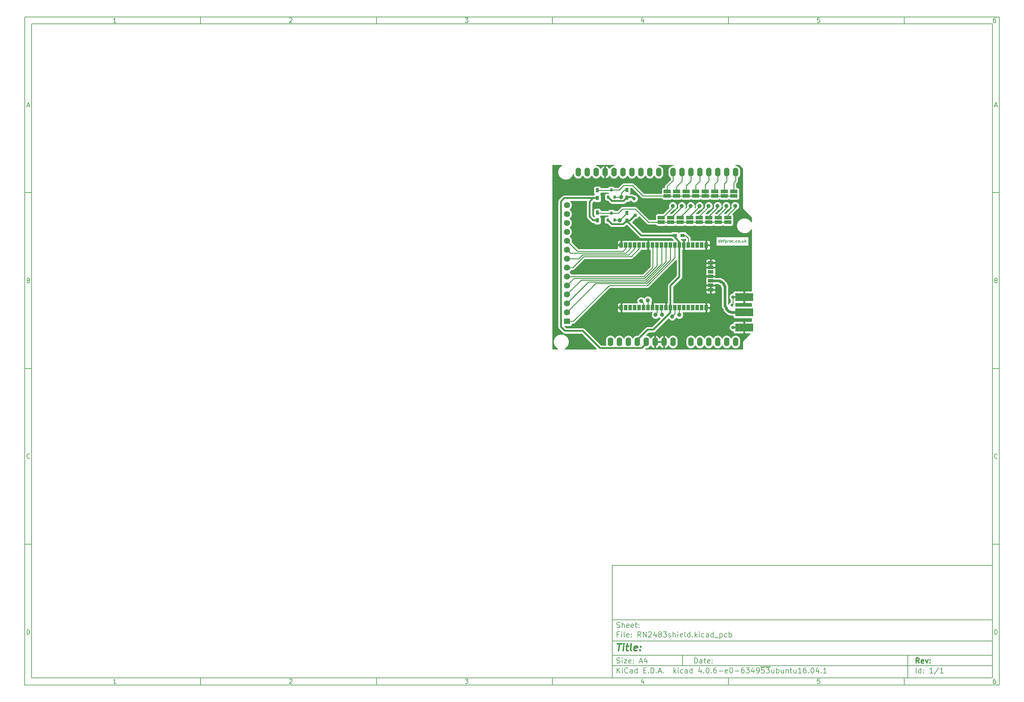
<source format=gtl>
%TF.GenerationSoftware,KiCad,Pcbnew,4.0.6-e0-6349~53~ubuntu16.04.1*%
%TF.CreationDate,2017-06-05T20:25:56+01:00*%
%TF.ProjectId,RN2483shield,524E32343833736869656C642E6B6963,rev?*%
%TF.FileFunction,Copper,L1,Top,Signal*%
%FSLAX46Y46*%
G04 Gerber Fmt 4.6, Leading zero omitted, Abs format (unit mm)*
G04 Created by KiCad (PCBNEW 4.0.6-e0-6349~53~ubuntu16.04.1) date Mon Jun  5 20:25:56 2017*
%MOMM*%
%LPD*%
G01*
G04 APERTURE LIST*
%ADD10C,0.100000*%
%ADD11C,0.150000*%
%ADD12C,0.300000*%
%ADD13C,0.400000*%
%ADD14C,0.500000*%
%ADD15R,1.016000X1.524000*%
%ADD16R,1.524000X1.016000*%
%ADD17R,2.000000X1.000000*%
%ADD18R,1.750000X1.650000*%
%ADD19C,1.750000*%
%ADD20R,0.800000X0.900000*%
%ADD21R,1.200000X0.900000*%
%ADD22R,0.900000X1.200000*%
%ADD23O,1.524000X2.540000*%
%ADD24C,1.000000*%
%ADD25R,5.080000X2.286000*%
%ADD26C,1.524000*%
%ADD27C,0.800000*%
%ADD28C,1.200000*%
%ADD29C,0.250000*%
%ADD30C,0.750000*%
%ADD31C,0.254000*%
G04 APERTURE END LIST*
D10*
D11*
X177002200Y-166007200D02*
X177002200Y-198007200D01*
X285002200Y-198007200D01*
X285002200Y-166007200D01*
X177002200Y-166007200D01*
D10*
D11*
X10000000Y-10000000D02*
X10000000Y-200007200D01*
X287002200Y-200007200D01*
X287002200Y-10000000D01*
X10000000Y-10000000D01*
D10*
D11*
X12000000Y-12000000D02*
X12000000Y-198007200D01*
X285002200Y-198007200D01*
X285002200Y-12000000D01*
X12000000Y-12000000D01*
D10*
D11*
X60000000Y-12000000D02*
X60000000Y-10000000D01*
D10*
D11*
X110000000Y-12000000D02*
X110000000Y-10000000D01*
D10*
D11*
X160000000Y-12000000D02*
X160000000Y-10000000D01*
D10*
D11*
X210000000Y-12000000D02*
X210000000Y-10000000D01*
D10*
D11*
X260000000Y-12000000D02*
X260000000Y-10000000D01*
D10*
D11*
X35990476Y-11588095D02*
X35247619Y-11588095D01*
X35619048Y-11588095D02*
X35619048Y-10288095D01*
X35495238Y-10473810D01*
X35371429Y-10597619D01*
X35247619Y-10659524D01*
D10*
D11*
X85247619Y-10411905D02*
X85309524Y-10350000D01*
X85433333Y-10288095D01*
X85742857Y-10288095D01*
X85866667Y-10350000D01*
X85928571Y-10411905D01*
X85990476Y-10535714D01*
X85990476Y-10659524D01*
X85928571Y-10845238D01*
X85185714Y-11588095D01*
X85990476Y-11588095D01*
D10*
D11*
X135185714Y-10288095D02*
X135990476Y-10288095D01*
X135557143Y-10783333D01*
X135742857Y-10783333D01*
X135866667Y-10845238D01*
X135928571Y-10907143D01*
X135990476Y-11030952D01*
X135990476Y-11340476D01*
X135928571Y-11464286D01*
X135866667Y-11526190D01*
X135742857Y-11588095D01*
X135371429Y-11588095D01*
X135247619Y-11526190D01*
X135185714Y-11464286D01*
D10*
D11*
X185866667Y-10721429D02*
X185866667Y-11588095D01*
X185557143Y-10226190D02*
X185247619Y-11154762D01*
X186052381Y-11154762D01*
D10*
D11*
X235928571Y-10288095D02*
X235309524Y-10288095D01*
X235247619Y-10907143D01*
X235309524Y-10845238D01*
X235433333Y-10783333D01*
X235742857Y-10783333D01*
X235866667Y-10845238D01*
X235928571Y-10907143D01*
X235990476Y-11030952D01*
X235990476Y-11340476D01*
X235928571Y-11464286D01*
X235866667Y-11526190D01*
X235742857Y-11588095D01*
X235433333Y-11588095D01*
X235309524Y-11526190D01*
X235247619Y-11464286D01*
D10*
D11*
X285866667Y-10288095D02*
X285619048Y-10288095D01*
X285495238Y-10350000D01*
X285433333Y-10411905D01*
X285309524Y-10597619D01*
X285247619Y-10845238D01*
X285247619Y-11340476D01*
X285309524Y-11464286D01*
X285371429Y-11526190D01*
X285495238Y-11588095D01*
X285742857Y-11588095D01*
X285866667Y-11526190D01*
X285928571Y-11464286D01*
X285990476Y-11340476D01*
X285990476Y-11030952D01*
X285928571Y-10907143D01*
X285866667Y-10845238D01*
X285742857Y-10783333D01*
X285495238Y-10783333D01*
X285371429Y-10845238D01*
X285309524Y-10907143D01*
X285247619Y-11030952D01*
D10*
D11*
X60000000Y-198007200D02*
X60000000Y-200007200D01*
D10*
D11*
X110000000Y-198007200D02*
X110000000Y-200007200D01*
D10*
D11*
X160000000Y-198007200D02*
X160000000Y-200007200D01*
D10*
D11*
X210000000Y-198007200D02*
X210000000Y-200007200D01*
D10*
D11*
X260000000Y-198007200D02*
X260000000Y-200007200D01*
D10*
D11*
X35990476Y-199595295D02*
X35247619Y-199595295D01*
X35619048Y-199595295D02*
X35619048Y-198295295D01*
X35495238Y-198481010D01*
X35371429Y-198604819D01*
X35247619Y-198666724D01*
D10*
D11*
X85247619Y-198419105D02*
X85309524Y-198357200D01*
X85433333Y-198295295D01*
X85742857Y-198295295D01*
X85866667Y-198357200D01*
X85928571Y-198419105D01*
X85990476Y-198542914D01*
X85990476Y-198666724D01*
X85928571Y-198852438D01*
X85185714Y-199595295D01*
X85990476Y-199595295D01*
D10*
D11*
X135185714Y-198295295D02*
X135990476Y-198295295D01*
X135557143Y-198790533D01*
X135742857Y-198790533D01*
X135866667Y-198852438D01*
X135928571Y-198914343D01*
X135990476Y-199038152D01*
X135990476Y-199347676D01*
X135928571Y-199471486D01*
X135866667Y-199533390D01*
X135742857Y-199595295D01*
X135371429Y-199595295D01*
X135247619Y-199533390D01*
X135185714Y-199471486D01*
D10*
D11*
X185866667Y-198728629D02*
X185866667Y-199595295D01*
X185557143Y-198233390D02*
X185247619Y-199161962D01*
X186052381Y-199161962D01*
D10*
D11*
X235928571Y-198295295D02*
X235309524Y-198295295D01*
X235247619Y-198914343D01*
X235309524Y-198852438D01*
X235433333Y-198790533D01*
X235742857Y-198790533D01*
X235866667Y-198852438D01*
X235928571Y-198914343D01*
X235990476Y-199038152D01*
X235990476Y-199347676D01*
X235928571Y-199471486D01*
X235866667Y-199533390D01*
X235742857Y-199595295D01*
X235433333Y-199595295D01*
X235309524Y-199533390D01*
X235247619Y-199471486D01*
D10*
D11*
X285866667Y-198295295D02*
X285619048Y-198295295D01*
X285495238Y-198357200D01*
X285433333Y-198419105D01*
X285309524Y-198604819D01*
X285247619Y-198852438D01*
X285247619Y-199347676D01*
X285309524Y-199471486D01*
X285371429Y-199533390D01*
X285495238Y-199595295D01*
X285742857Y-199595295D01*
X285866667Y-199533390D01*
X285928571Y-199471486D01*
X285990476Y-199347676D01*
X285990476Y-199038152D01*
X285928571Y-198914343D01*
X285866667Y-198852438D01*
X285742857Y-198790533D01*
X285495238Y-198790533D01*
X285371429Y-198852438D01*
X285309524Y-198914343D01*
X285247619Y-199038152D01*
D10*
D11*
X10000000Y-60000000D02*
X12000000Y-60000000D01*
D10*
D11*
X10000000Y-110000000D02*
X12000000Y-110000000D01*
D10*
D11*
X10000000Y-160000000D02*
X12000000Y-160000000D01*
D10*
D11*
X10690476Y-35216667D02*
X11309524Y-35216667D01*
X10566667Y-35588095D02*
X11000000Y-34288095D01*
X11433333Y-35588095D01*
D10*
D11*
X11092857Y-84907143D02*
X11278571Y-84969048D01*
X11340476Y-85030952D01*
X11402381Y-85154762D01*
X11402381Y-85340476D01*
X11340476Y-85464286D01*
X11278571Y-85526190D01*
X11154762Y-85588095D01*
X10659524Y-85588095D01*
X10659524Y-84288095D01*
X11092857Y-84288095D01*
X11216667Y-84350000D01*
X11278571Y-84411905D01*
X11340476Y-84535714D01*
X11340476Y-84659524D01*
X11278571Y-84783333D01*
X11216667Y-84845238D01*
X11092857Y-84907143D01*
X10659524Y-84907143D01*
D10*
D11*
X11402381Y-135464286D02*
X11340476Y-135526190D01*
X11154762Y-135588095D01*
X11030952Y-135588095D01*
X10845238Y-135526190D01*
X10721429Y-135402381D01*
X10659524Y-135278571D01*
X10597619Y-135030952D01*
X10597619Y-134845238D01*
X10659524Y-134597619D01*
X10721429Y-134473810D01*
X10845238Y-134350000D01*
X11030952Y-134288095D01*
X11154762Y-134288095D01*
X11340476Y-134350000D01*
X11402381Y-134411905D01*
D10*
D11*
X10659524Y-185588095D02*
X10659524Y-184288095D01*
X10969048Y-184288095D01*
X11154762Y-184350000D01*
X11278571Y-184473810D01*
X11340476Y-184597619D01*
X11402381Y-184845238D01*
X11402381Y-185030952D01*
X11340476Y-185278571D01*
X11278571Y-185402381D01*
X11154762Y-185526190D01*
X10969048Y-185588095D01*
X10659524Y-185588095D01*
D10*
D11*
X287002200Y-60000000D02*
X285002200Y-60000000D01*
D10*
D11*
X287002200Y-110000000D02*
X285002200Y-110000000D01*
D10*
D11*
X287002200Y-160000000D02*
X285002200Y-160000000D01*
D10*
D11*
X285692676Y-35216667D02*
X286311724Y-35216667D01*
X285568867Y-35588095D02*
X286002200Y-34288095D01*
X286435533Y-35588095D01*
D10*
D11*
X286095057Y-84907143D02*
X286280771Y-84969048D01*
X286342676Y-85030952D01*
X286404581Y-85154762D01*
X286404581Y-85340476D01*
X286342676Y-85464286D01*
X286280771Y-85526190D01*
X286156962Y-85588095D01*
X285661724Y-85588095D01*
X285661724Y-84288095D01*
X286095057Y-84288095D01*
X286218867Y-84350000D01*
X286280771Y-84411905D01*
X286342676Y-84535714D01*
X286342676Y-84659524D01*
X286280771Y-84783333D01*
X286218867Y-84845238D01*
X286095057Y-84907143D01*
X285661724Y-84907143D01*
D10*
D11*
X286404581Y-135464286D02*
X286342676Y-135526190D01*
X286156962Y-135588095D01*
X286033152Y-135588095D01*
X285847438Y-135526190D01*
X285723629Y-135402381D01*
X285661724Y-135278571D01*
X285599819Y-135030952D01*
X285599819Y-134845238D01*
X285661724Y-134597619D01*
X285723629Y-134473810D01*
X285847438Y-134350000D01*
X286033152Y-134288095D01*
X286156962Y-134288095D01*
X286342676Y-134350000D01*
X286404581Y-134411905D01*
D10*
D11*
X285661724Y-185588095D02*
X285661724Y-184288095D01*
X285971248Y-184288095D01*
X286156962Y-184350000D01*
X286280771Y-184473810D01*
X286342676Y-184597619D01*
X286404581Y-184845238D01*
X286404581Y-185030952D01*
X286342676Y-185278571D01*
X286280771Y-185402381D01*
X286156962Y-185526190D01*
X285971248Y-185588095D01*
X285661724Y-185588095D01*
D10*
D11*
X200359343Y-193785771D02*
X200359343Y-192285771D01*
X200716486Y-192285771D01*
X200930771Y-192357200D01*
X201073629Y-192500057D01*
X201145057Y-192642914D01*
X201216486Y-192928629D01*
X201216486Y-193142914D01*
X201145057Y-193428629D01*
X201073629Y-193571486D01*
X200930771Y-193714343D01*
X200716486Y-193785771D01*
X200359343Y-193785771D01*
X202502200Y-193785771D02*
X202502200Y-193000057D01*
X202430771Y-192857200D01*
X202287914Y-192785771D01*
X202002200Y-192785771D01*
X201859343Y-192857200D01*
X202502200Y-193714343D02*
X202359343Y-193785771D01*
X202002200Y-193785771D01*
X201859343Y-193714343D01*
X201787914Y-193571486D01*
X201787914Y-193428629D01*
X201859343Y-193285771D01*
X202002200Y-193214343D01*
X202359343Y-193214343D01*
X202502200Y-193142914D01*
X203002200Y-192785771D02*
X203573629Y-192785771D01*
X203216486Y-192285771D02*
X203216486Y-193571486D01*
X203287914Y-193714343D01*
X203430772Y-193785771D01*
X203573629Y-193785771D01*
X204645057Y-193714343D02*
X204502200Y-193785771D01*
X204216486Y-193785771D01*
X204073629Y-193714343D01*
X204002200Y-193571486D01*
X204002200Y-193000057D01*
X204073629Y-192857200D01*
X204216486Y-192785771D01*
X204502200Y-192785771D01*
X204645057Y-192857200D01*
X204716486Y-193000057D01*
X204716486Y-193142914D01*
X204002200Y-193285771D01*
X205359343Y-193642914D02*
X205430771Y-193714343D01*
X205359343Y-193785771D01*
X205287914Y-193714343D01*
X205359343Y-193642914D01*
X205359343Y-193785771D01*
X205359343Y-192857200D02*
X205430771Y-192928629D01*
X205359343Y-193000057D01*
X205287914Y-192928629D01*
X205359343Y-192857200D01*
X205359343Y-193000057D01*
D10*
D11*
X177002200Y-194507200D02*
X285002200Y-194507200D01*
D10*
D11*
X178359343Y-196585771D02*
X178359343Y-195085771D01*
X179216486Y-196585771D02*
X178573629Y-195728629D01*
X179216486Y-195085771D02*
X178359343Y-195942914D01*
X179859343Y-196585771D02*
X179859343Y-195585771D01*
X179859343Y-195085771D02*
X179787914Y-195157200D01*
X179859343Y-195228629D01*
X179930771Y-195157200D01*
X179859343Y-195085771D01*
X179859343Y-195228629D01*
X181430772Y-196442914D02*
X181359343Y-196514343D01*
X181145057Y-196585771D01*
X181002200Y-196585771D01*
X180787915Y-196514343D01*
X180645057Y-196371486D01*
X180573629Y-196228629D01*
X180502200Y-195942914D01*
X180502200Y-195728629D01*
X180573629Y-195442914D01*
X180645057Y-195300057D01*
X180787915Y-195157200D01*
X181002200Y-195085771D01*
X181145057Y-195085771D01*
X181359343Y-195157200D01*
X181430772Y-195228629D01*
X182716486Y-196585771D02*
X182716486Y-195800057D01*
X182645057Y-195657200D01*
X182502200Y-195585771D01*
X182216486Y-195585771D01*
X182073629Y-195657200D01*
X182716486Y-196514343D02*
X182573629Y-196585771D01*
X182216486Y-196585771D01*
X182073629Y-196514343D01*
X182002200Y-196371486D01*
X182002200Y-196228629D01*
X182073629Y-196085771D01*
X182216486Y-196014343D01*
X182573629Y-196014343D01*
X182716486Y-195942914D01*
X184073629Y-196585771D02*
X184073629Y-195085771D01*
X184073629Y-196514343D02*
X183930772Y-196585771D01*
X183645058Y-196585771D01*
X183502200Y-196514343D01*
X183430772Y-196442914D01*
X183359343Y-196300057D01*
X183359343Y-195871486D01*
X183430772Y-195728629D01*
X183502200Y-195657200D01*
X183645058Y-195585771D01*
X183930772Y-195585771D01*
X184073629Y-195657200D01*
X185930772Y-195800057D02*
X186430772Y-195800057D01*
X186645058Y-196585771D02*
X185930772Y-196585771D01*
X185930772Y-195085771D01*
X186645058Y-195085771D01*
X187287915Y-196442914D02*
X187359343Y-196514343D01*
X187287915Y-196585771D01*
X187216486Y-196514343D01*
X187287915Y-196442914D01*
X187287915Y-196585771D01*
X188002201Y-196585771D02*
X188002201Y-195085771D01*
X188359344Y-195085771D01*
X188573629Y-195157200D01*
X188716487Y-195300057D01*
X188787915Y-195442914D01*
X188859344Y-195728629D01*
X188859344Y-195942914D01*
X188787915Y-196228629D01*
X188716487Y-196371486D01*
X188573629Y-196514343D01*
X188359344Y-196585771D01*
X188002201Y-196585771D01*
X189502201Y-196442914D02*
X189573629Y-196514343D01*
X189502201Y-196585771D01*
X189430772Y-196514343D01*
X189502201Y-196442914D01*
X189502201Y-196585771D01*
X190145058Y-196157200D02*
X190859344Y-196157200D01*
X190002201Y-196585771D02*
X190502201Y-195085771D01*
X191002201Y-196585771D01*
X191502201Y-196442914D02*
X191573629Y-196514343D01*
X191502201Y-196585771D01*
X191430772Y-196514343D01*
X191502201Y-196442914D01*
X191502201Y-196585771D01*
X194502201Y-196585771D02*
X194502201Y-195085771D01*
X194645058Y-196014343D02*
X195073629Y-196585771D01*
X195073629Y-195585771D02*
X194502201Y-196157200D01*
X195716487Y-196585771D02*
X195716487Y-195585771D01*
X195716487Y-195085771D02*
X195645058Y-195157200D01*
X195716487Y-195228629D01*
X195787915Y-195157200D01*
X195716487Y-195085771D01*
X195716487Y-195228629D01*
X197073630Y-196514343D02*
X196930773Y-196585771D01*
X196645059Y-196585771D01*
X196502201Y-196514343D01*
X196430773Y-196442914D01*
X196359344Y-196300057D01*
X196359344Y-195871486D01*
X196430773Y-195728629D01*
X196502201Y-195657200D01*
X196645059Y-195585771D01*
X196930773Y-195585771D01*
X197073630Y-195657200D01*
X198359344Y-196585771D02*
X198359344Y-195800057D01*
X198287915Y-195657200D01*
X198145058Y-195585771D01*
X197859344Y-195585771D01*
X197716487Y-195657200D01*
X198359344Y-196514343D02*
X198216487Y-196585771D01*
X197859344Y-196585771D01*
X197716487Y-196514343D01*
X197645058Y-196371486D01*
X197645058Y-196228629D01*
X197716487Y-196085771D01*
X197859344Y-196014343D01*
X198216487Y-196014343D01*
X198359344Y-195942914D01*
X199716487Y-196585771D02*
X199716487Y-195085771D01*
X199716487Y-196514343D02*
X199573630Y-196585771D01*
X199287916Y-196585771D01*
X199145058Y-196514343D01*
X199073630Y-196442914D01*
X199002201Y-196300057D01*
X199002201Y-195871486D01*
X199073630Y-195728629D01*
X199145058Y-195657200D01*
X199287916Y-195585771D01*
X199573630Y-195585771D01*
X199716487Y-195657200D01*
X202216487Y-195585771D02*
X202216487Y-196585771D01*
X201859344Y-195014343D02*
X201502201Y-196085771D01*
X202430773Y-196085771D01*
X203002201Y-196442914D02*
X203073629Y-196514343D01*
X203002201Y-196585771D01*
X202930772Y-196514343D01*
X203002201Y-196442914D01*
X203002201Y-196585771D01*
X204002201Y-195085771D02*
X204145058Y-195085771D01*
X204287915Y-195157200D01*
X204359344Y-195228629D01*
X204430773Y-195371486D01*
X204502201Y-195657200D01*
X204502201Y-196014343D01*
X204430773Y-196300057D01*
X204359344Y-196442914D01*
X204287915Y-196514343D01*
X204145058Y-196585771D01*
X204002201Y-196585771D01*
X203859344Y-196514343D01*
X203787915Y-196442914D01*
X203716487Y-196300057D01*
X203645058Y-196014343D01*
X203645058Y-195657200D01*
X203716487Y-195371486D01*
X203787915Y-195228629D01*
X203859344Y-195157200D01*
X204002201Y-195085771D01*
X205145058Y-196442914D02*
X205216486Y-196514343D01*
X205145058Y-196585771D01*
X205073629Y-196514343D01*
X205145058Y-196442914D01*
X205145058Y-196585771D01*
X206502201Y-195085771D02*
X206216487Y-195085771D01*
X206073630Y-195157200D01*
X206002201Y-195228629D01*
X205859344Y-195442914D01*
X205787915Y-195728629D01*
X205787915Y-196300057D01*
X205859344Y-196442914D01*
X205930772Y-196514343D01*
X206073630Y-196585771D01*
X206359344Y-196585771D01*
X206502201Y-196514343D01*
X206573630Y-196442914D01*
X206645058Y-196300057D01*
X206645058Y-195942914D01*
X206573630Y-195800057D01*
X206502201Y-195728629D01*
X206359344Y-195657200D01*
X206073630Y-195657200D01*
X205930772Y-195728629D01*
X205859344Y-195800057D01*
X205787915Y-195942914D01*
X207287915Y-196014343D02*
X208430772Y-196014343D01*
X209716486Y-196514343D02*
X209573629Y-196585771D01*
X209287915Y-196585771D01*
X209145058Y-196514343D01*
X209073629Y-196371486D01*
X209073629Y-195800057D01*
X209145058Y-195657200D01*
X209287915Y-195585771D01*
X209573629Y-195585771D01*
X209716486Y-195657200D01*
X209787915Y-195800057D01*
X209787915Y-195942914D01*
X209073629Y-196085771D01*
X210716486Y-195085771D02*
X210859343Y-195085771D01*
X211002200Y-195157200D01*
X211073629Y-195228629D01*
X211145058Y-195371486D01*
X211216486Y-195657200D01*
X211216486Y-196014343D01*
X211145058Y-196300057D01*
X211073629Y-196442914D01*
X211002200Y-196514343D01*
X210859343Y-196585771D01*
X210716486Y-196585771D01*
X210573629Y-196514343D01*
X210502200Y-196442914D01*
X210430772Y-196300057D01*
X210359343Y-196014343D01*
X210359343Y-195657200D01*
X210430772Y-195371486D01*
X210502200Y-195228629D01*
X210573629Y-195157200D01*
X210716486Y-195085771D01*
X211859343Y-196014343D02*
X213002200Y-196014343D01*
X214359343Y-195085771D02*
X214073629Y-195085771D01*
X213930772Y-195157200D01*
X213859343Y-195228629D01*
X213716486Y-195442914D01*
X213645057Y-195728629D01*
X213645057Y-196300057D01*
X213716486Y-196442914D01*
X213787914Y-196514343D01*
X213930772Y-196585771D01*
X214216486Y-196585771D01*
X214359343Y-196514343D01*
X214430772Y-196442914D01*
X214502200Y-196300057D01*
X214502200Y-195942914D01*
X214430772Y-195800057D01*
X214359343Y-195728629D01*
X214216486Y-195657200D01*
X213930772Y-195657200D01*
X213787914Y-195728629D01*
X213716486Y-195800057D01*
X213645057Y-195942914D01*
X215002200Y-195085771D02*
X215930771Y-195085771D01*
X215430771Y-195657200D01*
X215645057Y-195657200D01*
X215787914Y-195728629D01*
X215859343Y-195800057D01*
X215930771Y-195942914D01*
X215930771Y-196300057D01*
X215859343Y-196442914D01*
X215787914Y-196514343D01*
X215645057Y-196585771D01*
X215216485Y-196585771D01*
X215073628Y-196514343D01*
X215002200Y-196442914D01*
X217216485Y-195585771D02*
X217216485Y-196585771D01*
X216859342Y-195014343D02*
X216502199Y-196085771D01*
X217430771Y-196085771D01*
X218073627Y-196585771D02*
X218359342Y-196585771D01*
X218502199Y-196514343D01*
X218573627Y-196442914D01*
X218716485Y-196228629D01*
X218787913Y-195942914D01*
X218787913Y-195371486D01*
X218716485Y-195228629D01*
X218645056Y-195157200D01*
X218502199Y-195085771D01*
X218216485Y-195085771D01*
X218073627Y-195157200D01*
X218002199Y-195228629D01*
X217930770Y-195371486D01*
X217930770Y-195728629D01*
X218002199Y-195871486D01*
X218073627Y-195942914D01*
X218216485Y-196014343D01*
X218502199Y-196014343D01*
X218645056Y-195942914D01*
X218716485Y-195871486D01*
X218787913Y-195728629D01*
X220145056Y-195085771D02*
X219430770Y-195085771D01*
X219359341Y-195800057D01*
X219430770Y-195728629D01*
X219573627Y-195657200D01*
X219930770Y-195657200D01*
X220073627Y-195728629D01*
X220145056Y-195800057D01*
X220216484Y-195942914D01*
X220216484Y-196300057D01*
X220145056Y-196442914D01*
X220073627Y-196514343D01*
X219930770Y-196585771D01*
X219573627Y-196585771D01*
X219430770Y-196514343D01*
X219359341Y-196442914D01*
X220716484Y-195085771D02*
X221645055Y-195085771D01*
X221145055Y-195657200D01*
X221359341Y-195657200D01*
X221502198Y-195728629D01*
X221573627Y-195800057D01*
X221645055Y-195942914D01*
X221645055Y-196300057D01*
X221573627Y-196442914D01*
X221502198Y-196514343D01*
X221359341Y-196585771D01*
X220930769Y-196585771D01*
X220787912Y-196514343D01*
X220716484Y-196442914D01*
X219073627Y-194827200D02*
X221930769Y-194827200D01*
X222930769Y-195585771D02*
X222930769Y-196585771D01*
X222287912Y-195585771D02*
X222287912Y-196371486D01*
X222359340Y-196514343D01*
X222502198Y-196585771D01*
X222716483Y-196585771D01*
X222859340Y-196514343D01*
X222930769Y-196442914D01*
X223645055Y-196585771D02*
X223645055Y-195085771D01*
X223645055Y-195657200D02*
X223787912Y-195585771D01*
X224073626Y-195585771D01*
X224216483Y-195657200D01*
X224287912Y-195728629D01*
X224359341Y-195871486D01*
X224359341Y-196300057D01*
X224287912Y-196442914D01*
X224216483Y-196514343D01*
X224073626Y-196585771D01*
X223787912Y-196585771D01*
X223645055Y-196514343D01*
X225645055Y-195585771D02*
X225645055Y-196585771D01*
X225002198Y-195585771D02*
X225002198Y-196371486D01*
X225073626Y-196514343D01*
X225216484Y-196585771D01*
X225430769Y-196585771D01*
X225573626Y-196514343D01*
X225645055Y-196442914D01*
X226359341Y-195585771D02*
X226359341Y-196585771D01*
X226359341Y-195728629D02*
X226430769Y-195657200D01*
X226573627Y-195585771D01*
X226787912Y-195585771D01*
X226930769Y-195657200D01*
X227002198Y-195800057D01*
X227002198Y-196585771D01*
X227502198Y-195585771D02*
X228073627Y-195585771D01*
X227716484Y-195085771D02*
X227716484Y-196371486D01*
X227787912Y-196514343D01*
X227930770Y-196585771D01*
X228073627Y-196585771D01*
X229216484Y-195585771D02*
X229216484Y-196585771D01*
X228573627Y-195585771D02*
X228573627Y-196371486D01*
X228645055Y-196514343D01*
X228787913Y-196585771D01*
X229002198Y-196585771D01*
X229145055Y-196514343D01*
X229216484Y-196442914D01*
X230716484Y-196585771D02*
X229859341Y-196585771D01*
X230287913Y-196585771D02*
X230287913Y-195085771D01*
X230145056Y-195300057D01*
X230002198Y-195442914D01*
X229859341Y-195514343D01*
X232002198Y-195085771D02*
X231716484Y-195085771D01*
X231573627Y-195157200D01*
X231502198Y-195228629D01*
X231359341Y-195442914D01*
X231287912Y-195728629D01*
X231287912Y-196300057D01*
X231359341Y-196442914D01*
X231430769Y-196514343D01*
X231573627Y-196585771D01*
X231859341Y-196585771D01*
X232002198Y-196514343D01*
X232073627Y-196442914D01*
X232145055Y-196300057D01*
X232145055Y-195942914D01*
X232073627Y-195800057D01*
X232002198Y-195728629D01*
X231859341Y-195657200D01*
X231573627Y-195657200D01*
X231430769Y-195728629D01*
X231359341Y-195800057D01*
X231287912Y-195942914D01*
X232787912Y-196442914D02*
X232859340Y-196514343D01*
X232787912Y-196585771D01*
X232716483Y-196514343D01*
X232787912Y-196442914D01*
X232787912Y-196585771D01*
X233787912Y-195085771D02*
X233930769Y-195085771D01*
X234073626Y-195157200D01*
X234145055Y-195228629D01*
X234216484Y-195371486D01*
X234287912Y-195657200D01*
X234287912Y-196014343D01*
X234216484Y-196300057D01*
X234145055Y-196442914D01*
X234073626Y-196514343D01*
X233930769Y-196585771D01*
X233787912Y-196585771D01*
X233645055Y-196514343D01*
X233573626Y-196442914D01*
X233502198Y-196300057D01*
X233430769Y-196014343D01*
X233430769Y-195657200D01*
X233502198Y-195371486D01*
X233573626Y-195228629D01*
X233645055Y-195157200D01*
X233787912Y-195085771D01*
X235573626Y-195585771D02*
X235573626Y-196585771D01*
X235216483Y-195014343D02*
X234859340Y-196085771D01*
X235787912Y-196085771D01*
X236359340Y-196442914D02*
X236430768Y-196514343D01*
X236359340Y-196585771D01*
X236287911Y-196514343D01*
X236359340Y-196442914D01*
X236359340Y-196585771D01*
X237859340Y-196585771D02*
X237002197Y-196585771D01*
X237430769Y-196585771D02*
X237430769Y-195085771D01*
X237287912Y-195300057D01*
X237145054Y-195442914D01*
X237002197Y-195514343D01*
D10*
D11*
X177002200Y-191507200D02*
X285002200Y-191507200D01*
D10*
D12*
X264216486Y-193785771D02*
X263716486Y-193071486D01*
X263359343Y-193785771D02*
X263359343Y-192285771D01*
X263930771Y-192285771D01*
X264073629Y-192357200D01*
X264145057Y-192428629D01*
X264216486Y-192571486D01*
X264216486Y-192785771D01*
X264145057Y-192928629D01*
X264073629Y-193000057D01*
X263930771Y-193071486D01*
X263359343Y-193071486D01*
X265430771Y-193714343D02*
X265287914Y-193785771D01*
X265002200Y-193785771D01*
X264859343Y-193714343D01*
X264787914Y-193571486D01*
X264787914Y-193000057D01*
X264859343Y-192857200D01*
X265002200Y-192785771D01*
X265287914Y-192785771D01*
X265430771Y-192857200D01*
X265502200Y-193000057D01*
X265502200Y-193142914D01*
X264787914Y-193285771D01*
X266002200Y-192785771D02*
X266359343Y-193785771D01*
X266716485Y-192785771D01*
X267287914Y-193642914D02*
X267359342Y-193714343D01*
X267287914Y-193785771D01*
X267216485Y-193714343D01*
X267287914Y-193642914D01*
X267287914Y-193785771D01*
X267287914Y-192857200D02*
X267359342Y-192928629D01*
X267287914Y-193000057D01*
X267216485Y-192928629D01*
X267287914Y-192857200D01*
X267287914Y-193000057D01*
D10*
D11*
X178287914Y-193714343D02*
X178502200Y-193785771D01*
X178859343Y-193785771D01*
X179002200Y-193714343D01*
X179073629Y-193642914D01*
X179145057Y-193500057D01*
X179145057Y-193357200D01*
X179073629Y-193214343D01*
X179002200Y-193142914D01*
X178859343Y-193071486D01*
X178573629Y-193000057D01*
X178430771Y-192928629D01*
X178359343Y-192857200D01*
X178287914Y-192714343D01*
X178287914Y-192571486D01*
X178359343Y-192428629D01*
X178430771Y-192357200D01*
X178573629Y-192285771D01*
X178930771Y-192285771D01*
X179145057Y-192357200D01*
X179787914Y-193785771D02*
X179787914Y-192785771D01*
X179787914Y-192285771D02*
X179716485Y-192357200D01*
X179787914Y-192428629D01*
X179859342Y-192357200D01*
X179787914Y-192285771D01*
X179787914Y-192428629D01*
X180359343Y-192785771D02*
X181145057Y-192785771D01*
X180359343Y-193785771D01*
X181145057Y-193785771D01*
X182287914Y-193714343D02*
X182145057Y-193785771D01*
X181859343Y-193785771D01*
X181716486Y-193714343D01*
X181645057Y-193571486D01*
X181645057Y-193000057D01*
X181716486Y-192857200D01*
X181859343Y-192785771D01*
X182145057Y-192785771D01*
X182287914Y-192857200D01*
X182359343Y-193000057D01*
X182359343Y-193142914D01*
X181645057Y-193285771D01*
X183002200Y-193642914D02*
X183073628Y-193714343D01*
X183002200Y-193785771D01*
X182930771Y-193714343D01*
X183002200Y-193642914D01*
X183002200Y-193785771D01*
X183002200Y-192857200D02*
X183073628Y-192928629D01*
X183002200Y-193000057D01*
X182930771Y-192928629D01*
X183002200Y-192857200D01*
X183002200Y-193000057D01*
X184787914Y-193357200D02*
X185502200Y-193357200D01*
X184645057Y-193785771D02*
X185145057Y-192285771D01*
X185645057Y-193785771D01*
X186787914Y-192785771D02*
X186787914Y-193785771D01*
X186430771Y-192214343D02*
X186073628Y-193285771D01*
X187002200Y-193285771D01*
D10*
D11*
X263359343Y-196585771D02*
X263359343Y-195085771D01*
X264716486Y-196585771D02*
X264716486Y-195085771D01*
X264716486Y-196514343D02*
X264573629Y-196585771D01*
X264287915Y-196585771D01*
X264145057Y-196514343D01*
X264073629Y-196442914D01*
X264002200Y-196300057D01*
X264002200Y-195871486D01*
X264073629Y-195728629D01*
X264145057Y-195657200D01*
X264287915Y-195585771D01*
X264573629Y-195585771D01*
X264716486Y-195657200D01*
X265430772Y-196442914D02*
X265502200Y-196514343D01*
X265430772Y-196585771D01*
X265359343Y-196514343D01*
X265430772Y-196442914D01*
X265430772Y-196585771D01*
X265430772Y-195657200D02*
X265502200Y-195728629D01*
X265430772Y-195800057D01*
X265359343Y-195728629D01*
X265430772Y-195657200D01*
X265430772Y-195800057D01*
X268073629Y-196585771D02*
X267216486Y-196585771D01*
X267645058Y-196585771D02*
X267645058Y-195085771D01*
X267502201Y-195300057D01*
X267359343Y-195442914D01*
X267216486Y-195514343D01*
X269787914Y-195014343D02*
X268502200Y-196942914D01*
X271073629Y-196585771D02*
X270216486Y-196585771D01*
X270645058Y-196585771D02*
X270645058Y-195085771D01*
X270502201Y-195300057D01*
X270359343Y-195442914D01*
X270216486Y-195514343D01*
D10*
D11*
X177002200Y-187507200D02*
X285002200Y-187507200D01*
D10*
D13*
X178454581Y-188211962D02*
X179597438Y-188211962D01*
X178776010Y-190211962D02*
X179026010Y-188211962D01*
X180014105Y-190211962D02*
X180180771Y-188878629D01*
X180264105Y-188211962D02*
X180156962Y-188307200D01*
X180240295Y-188402438D01*
X180347439Y-188307200D01*
X180264105Y-188211962D01*
X180240295Y-188402438D01*
X180847438Y-188878629D02*
X181609343Y-188878629D01*
X181216486Y-188211962D02*
X181002200Y-189926248D01*
X181073630Y-190116724D01*
X181252201Y-190211962D01*
X181442677Y-190211962D01*
X182395058Y-190211962D02*
X182216487Y-190116724D01*
X182145057Y-189926248D01*
X182359343Y-188211962D01*
X183930772Y-190116724D02*
X183728391Y-190211962D01*
X183347439Y-190211962D01*
X183168867Y-190116724D01*
X183097438Y-189926248D01*
X183192676Y-189164343D01*
X183311724Y-188973867D01*
X183514105Y-188878629D01*
X183895057Y-188878629D01*
X184073629Y-188973867D01*
X184145057Y-189164343D01*
X184121248Y-189354819D01*
X183145057Y-189545295D01*
X184895057Y-190021486D02*
X184978392Y-190116724D01*
X184871248Y-190211962D01*
X184787915Y-190116724D01*
X184895057Y-190021486D01*
X184871248Y-190211962D01*
X185026010Y-188973867D02*
X185109344Y-189069105D01*
X185002200Y-189164343D01*
X184918867Y-189069105D01*
X185026010Y-188973867D01*
X185002200Y-189164343D01*
D10*
D11*
X178859343Y-185600057D02*
X178359343Y-185600057D01*
X178359343Y-186385771D02*
X178359343Y-184885771D01*
X179073629Y-184885771D01*
X179645057Y-186385771D02*
X179645057Y-185385771D01*
X179645057Y-184885771D02*
X179573628Y-184957200D01*
X179645057Y-185028629D01*
X179716485Y-184957200D01*
X179645057Y-184885771D01*
X179645057Y-185028629D01*
X180573629Y-186385771D02*
X180430771Y-186314343D01*
X180359343Y-186171486D01*
X180359343Y-184885771D01*
X181716485Y-186314343D02*
X181573628Y-186385771D01*
X181287914Y-186385771D01*
X181145057Y-186314343D01*
X181073628Y-186171486D01*
X181073628Y-185600057D01*
X181145057Y-185457200D01*
X181287914Y-185385771D01*
X181573628Y-185385771D01*
X181716485Y-185457200D01*
X181787914Y-185600057D01*
X181787914Y-185742914D01*
X181073628Y-185885771D01*
X182430771Y-186242914D02*
X182502199Y-186314343D01*
X182430771Y-186385771D01*
X182359342Y-186314343D01*
X182430771Y-186242914D01*
X182430771Y-186385771D01*
X182430771Y-185457200D02*
X182502199Y-185528629D01*
X182430771Y-185600057D01*
X182359342Y-185528629D01*
X182430771Y-185457200D01*
X182430771Y-185600057D01*
X185145057Y-186385771D02*
X184645057Y-185671486D01*
X184287914Y-186385771D02*
X184287914Y-184885771D01*
X184859342Y-184885771D01*
X185002200Y-184957200D01*
X185073628Y-185028629D01*
X185145057Y-185171486D01*
X185145057Y-185385771D01*
X185073628Y-185528629D01*
X185002200Y-185600057D01*
X184859342Y-185671486D01*
X184287914Y-185671486D01*
X185787914Y-186385771D02*
X185787914Y-184885771D01*
X186645057Y-186385771D01*
X186645057Y-184885771D01*
X187287914Y-185028629D02*
X187359343Y-184957200D01*
X187502200Y-184885771D01*
X187859343Y-184885771D01*
X188002200Y-184957200D01*
X188073629Y-185028629D01*
X188145057Y-185171486D01*
X188145057Y-185314343D01*
X188073629Y-185528629D01*
X187216486Y-186385771D01*
X188145057Y-186385771D01*
X189430771Y-185385771D02*
X189430771Y-186385771D01*
X189073628Y-184814343D02*
X188716485Y-185885771D01*
X189645057Y-185885771D01*
X190430771Y-185528629D02*
X190287913Y-185457200D01*
X190216485Y-185385771D01*
X190145056Y-185242914D01*
X190145056Y-185171486D01*
X190216485Y-185028629D01*
X190287913Y-184957200D01*
X190430771Y-184885771D01*
X190716485Y-184885771D01*
X190859342Y-184957200D01*
X190930771Y-185028629D01*
X191002199Y-185171486D01*
X191002199Y-185242914D01*
X190930771Y-185385771D01*
X190859342Y-185457200D01*
X190716485Y-185528629D01*
X190430771Y-185528629D01*
X190287913Y-185600057D01*
X190216485Y-185671486D01*
X190145056Y-185814343D01*
X190145056Y-186100057D01*
X190216485Y-186242914D01*
X190287913Y-186314343D01*
X190430771Y-186385771D01*
X190716485Y-186385771D01*
X190859342Y-186314343D01*
X190930771Y-186242914D01*
X191002199Y-186100057D01*
X191002199Y-185814343D01*
X190930771Y-185671486D01*
X190859342Y-185600057D01*
X190716485Y-185528629D01*
X191502199Y-184885771D02*
X192430770Y-184885771D01*
X191930770Y-185457200D01*
X192145056Y-185457200D01*
X192287913Y-185528629D01*
X192359342Y-185600057D01*
X192430770Y-185742914D01*
X192430770Y-186100057D01*
X192359342Y-186242914D01*
X192287913Y-186314343D01*
X192145056Y-186385771D01*
X191716484Y-186385771D01*
X191573627Y-186314343D01*
X191502199Y-186242914D01*
X193002198Y-186314343D02*
X193145055Y-186385771D01*
X193430770Y-186385771D01*
X193573627Y-186314343D01*
X193645055Y-186171486D01*
X193645055Y-186100057D01*
X193573627Y-185957200D01*
X193430770Y-185885771D01*
X193216484Y-185885771D01*
X193073627Y-185814343D01*
X193002198Y-185671486D01*
X193002198Y-185600057D01*
X193073627Y-185457200D01*
X193216484Y-185385771D01*
X193430770Y-185385771D01*
X193573627Y-185457200D01*
X194287913Y-186385771D02*
X194287913Y-184885771D01*
X194930770Y-186385771D02*
X194930770Y-185600057D01*
X194859341Y-185457200D01*
X194716484Y-185385771D01*
X194502199Y-185385771D01*
X194359341Y-185457200D01*
X194287913Y-185528629D01*
X195645056Y-186385771D02*
X195645056Y-185385771D01*
X195645056Y-184885771D02*
X195573627Y-184957200D01*
X195645056Y-185028629D01*
X195716484Y-184957200D01*
X195645056Y-184885771D01*
X195645056Y-185028629D01*
X196930770Y-186314343D02*
X196787913Y-186385771D01*
X196502199Y-186385771D01*
X196359342Y-186314343D01*
X196287913Y-186171486D01*
X196287913Y-185600057D01*
X196359342Y-185457200D01*
X196502199Y-185385771D01*
X196787913Y-185385771D01*
X196930770Y-185457200D01*
X197002199Y-185600057D01*
X197002199Y-185742914D01*
X196287913Y-185885771D01*
X197859342Y-186385771D02*
X197716484Y-186314343D01*
X197645056Y-186171486D01*
X197645056Y-184885771D01*
X199073627Y-186385771D02*
X199073627Y-184885771D01*
X199073627Y-186314343D02*
X198930770Y-186385771D01*
X198645056Y-186385771D01*
X198502198Y-186314343D01*
X198430770Y-186242914D01*
X198359341Y-186100057D01*
X198359341Y-185671486D01*
X198430770Y-185528629D01*
X198502198Y-185457200D01*
X198645056Y-185385771D01*
X198930770Y-185385771D01*
X199073627Y-185457200D01*
X199787913Y-186242914D02*
X199859341Y-186314343D01*
X199787913Y-186385771D01*
X199716484Y-186314343D01*
X199787913Y-186242914D01*
X199787913Y-186385771D01*
X200502199Y-186385771D02*
X200502199Y-184885771D01*
X200645056Y-185814343D02*
X201073627Y-186385771D01*
X201073627Y-185385771D02*
X200502199Y-185957200D01*
X201716485Y-186385771D02*
X201716485Y-185385771D01*
X201716485Y-184885771D02*
X201645056Y-184957200D01*
X201716485Y-185028629D01*
X201787913Y-184957200D01*
X201716485Y-184885771D01*
X201716485Y-185028629D01*
X203073628Y-186314343D02*
X202930771Y-186385771D01*
X202645057Y-186385771D01*
X202502199Y-186314343D01*
X202430771Y-186242914D01*
X202359342Y-186100057D01*
X202359342Y-185671486D01*
X202430771Y-185528629D01*
X202502199Y-185457200D01*
X202645057Y-185385771D01*
X202930771Y-185385771D01*
X203073628Y-185457200D01*
X204359342Y-186385771D02*
X204359342Y-185600057D01*
X204287913Y-185457200D01*
X204145056Y-185385771D01*
X203859342Y-185385771D01*
X203716485Y-185457200D01*
X204359342Y-186314343D02*
X204216485Y-186385771D01*
X203859342Y-186385771D01*
X203716485Y-186314343D01*
X203645056Y-186171486D01*
X203645056Y-186028629D01*
X203716485Y-185885771D01*
X203859342Y-185814343D01*
X204216485Y-185814343D01*
X204359342Y-185742914D01*
X205716485Y-186385771D02*
X205716485Y-184885771D01*
X205716485Y-186314343D02*
X205573628Y-186385771D01*
X205287914Y-186385771D01*
X205145056Y-186314343D01*
X205073628Y-186242914D01*
X205002199Y-186100057D01*
X205002199Y-185671486D01*
X205073628Y-185528629D01*
X205145056Y-185457200D01*
X205287914Y-185385771D01*
X205573628Y-185385771D01*
X205716485Y-185457200D01*
X206073628Y-186528629D02*
X207216485Y-186528629D01*
X207573628Y-185385771D02*
X207573628Y-186885771D01*
X207573628Y-185457200D02*
X207716485Y-185385771D01*
X208002199Y-185385771D01*
X208145056Y-185457200D01*
X208216485Y-185528629D01*
X208287914Y-185671486D01*
X208287914Y-186100057D01*
X208216485Y-186242914D01*
X208145056Y-186314343D01*
X208002199Y-186385771D01*
X207716485Y-186385771D01*
X207573628Y-186314343D01*
X209573628Y-186314343D02*
X209430771Y-186385771D01*
X209145057Y-186385771D01*
X209002199Y-186314343D01*
X208930771Y-186242914D01*
X208859342Y-186100057D01*
X208859342Y-185671486D01*
X208930771Y-185528629D01*
X209002199Y-185457200D01*
X209145057Y-185385771D01*
X209430771Y-185385771D01*
X209573628Y-185457200D01*
X210216485Y-186385771D02*
X210216485Y-184885771D01*
X210216485Y-185457200D02*
X210359342Y-185385771D01*
X210645056Y-185385771D01*
X210787913Y-185457200D01*
X210859342Y-185528629D01*
X210930771Y-185671486D01*
X210930771Y-186100057D01*
X210859342Y-186242914D01*
X210787913Y-186314343D01*
X210645056Y-186385771D01*
X210359342Y-186385771D01*
X210216485Y-186314343D01*
D10*
D11*
X177002200Y-181507200D02*
X285002200Y-181507200D01*
D10*
D11*
X178287914Y-183614343D02*
X178502200Y-183685771D01*
X178859343Y-183685771D01*
X179002200Y-183614343D01*
X179073629Y-183542914D01*
X179145057Y-183400057D01*
X179145057Y-183257200D01*
X179073629Y-183114343D01*
X179002200Y-183042914D01*
X178859343Y-182971486D01*
X178573629Y-182900057D01*
X178430771Y-182828629D01*
X178359343Y-182757200D01*
X178287914Y-182614343D01*
X178287914Y-182471486D01*
X178359343Y-182328629D01*
X178430771Y-182257200D01*
X178573629Y-182185771D01*
X178930771Y-182185771D01*
X179145057Y-182257200D01*
X179787914Y-183685771D02*
X179787914Y-182185771D01*
X180430771Y-183685771D02*
X180430771Y-182900057D01*
X180359342Y-182757200D01*
X180216485Y-182685771D01*
X180002200Y-182685771D01*
X179859342Y-182757200D01*
X179787914Y-182828629D01*
X181716485Y-183614343D02*
X181573628Y-183685771D01*
X181287914Y-183685771D01*
X181145057Y-183614343D01*
X181073628Y-183471486D01*
X181073628Y-182900057D01*
X181145057Y-182757200D01*
X181287914Y-182685771D01*
X181573628Y-182685771D01*
X181716485Y-182757200D01*
X181787914Y-182900057D01*
X181787914Y-183042914D01*
X181073628Y-183185771D01*
X183002199Y-183614343D02*
X182859342Y-183685771D01*
X182573628Y-183685771D01*
X182430771Y-183614343D01*
X182359342Y-183471486D01*
X182359342Y-182900057D01*
X182430771Y-182757200D01*
X182573628Y-182685771D01*
X182859342Y-182685771D01*
X183002199Y-182757200D01*
X183073628Y-182900057D01*
X183073628Y-183042914D01*
X182359342Y-183185771D01*
X183502199Y-182685771D02*
X184073628Y-182685771D01*
X183716485Y-182185771D02*
X183716485Y-183471486D01*
X183787913Y-183614343D01*
X183930771Y-183685771D01*
X184073628Y-183685771D01*
X184573628Y-183542914D02*
X184645056Y-183614343D01*
X184573628Y-183685771D01*
X184502199Y-183614343D01*
X184573628Y-183542914D01*
X184573628Y-183685771D01*
X184573628Y-182757200D02*
X184645056Y-182828629D01*
X184573628Y-182900057D01*
X184502199Y-182828629D01*
X184573628Y-182757200D01*
X184573628Y-182900057D01*
D10*
D11*
X197002200Y-191507200D02*
X197002200Y-194507200D01*
D10*
D11*
X261002200Y-191507200D02*
X261002200Y-198007200D01*
X207613685Y-74098105D02*
X207613685Y-73298105D01*
X207613685Y-74060010D02*
X207537495Y-74098105D01*
X207385114Y-74098105D01*
X207308923Y-74060010D01*
X207270828Y-74021914D01*
X207232733Y-73945724D01*
X207232733Y-73717152D01*
X207270828Y-73640962D01*
X207308923Y-73602867D01*
X207385114Y-73564771D01*
X207537495Y-73564771D01*
X207613685Y-73602867D01*
X208299400Y-74060010D02*
X208223210Y-74098105D01*
X208070829Y-74098105D01*
X207994638Y-74060010D01*
X207956543Y-73983819D01*
X207956543Y-73679057D01*
X207994638Y-73602867D01*
X208070829Y-73564771D01*
X208223210Y-73564771D01*
X208299400Y-73602867D01*
X208337495Y-73679057D01*
X208337495Y-73755248D01*
X207956543Y-73831438D01*
X208566066Y-73564771D02*
X208870828Y-73564771D01*
X208680352Y-74098105D02*
X208680352Y-73412390D01*
X208718447Y-73336200D01*
X208794638Y-73298105D01*
X208870828Y-73298105D01*
X209137495Y-73564771D02*
X209137495Y-74364771D01*
X209137495Y-73602867D02*
X209213686Y-73564771D01*
X209366067Y-73564771D01*
X209442257Y-73602867D01*
X209480352Y-73640962D01*
X209518448Y-73717152D01*
X209518448Y-73945724D01*
X209480352Y-74021914D01*
X209442257Y-74060010D01*
X209366067Y-74098105D01*
X209213686Y-74098105D01*
X209137495Y-74060010D01*
X209861305Y-74098105D02*
X209861305Y-73564771D01*
X209861305Y-73717152D02*
X209899400Y-73640962D01*
X209937496Y-73602867D01*
X210013686Y-73564771D01*
X210089877Y-73564771D01*
X210470829Y-74098105D02*
X210394638Y-74060010D01*
X210356543Y-74021914D01*
X210318448Y-73945724D01*
X210318448Y-73717152D01*
X210356543Y-73640962D01*
X210394638Y-73602867D01*
X210470829Y-73564771D01*
X210585115Y-73564771D01*
X210661305Y-73602867D01*
X210699400Y-73640962D01*
X210737496Y-73717152D01*
X210737496Y-73945724D01*
X210699400Y-74021914D01*
X210661305Y-74060010D01*
X210585115Y-74098105D01*
X210470829Y-74098105D01*
X211423210Y-74060010D02*
X211347020Y-74098105D01*
X211194639Y-74098105D01*
X211118448Y-74060010D01*
X211080353Y-74021914D01*
X211042258Y-73945724D01*
X211042258Y-73717152D01*
X211080353Y-73640962D01*
X211118448Y-73602867D01*
X211194639Y-73564771D01*
X211347020Y-73564771D01*
X211423210Y-73602867D01*
X211766067Y-74021914D02*
X211804162Y-74060010D01*
X211766067Y-74098105D01*
X211727972Y-74060010D01*
X211766067Y-74021914D01*
X211766067Y-74098105D01*
X212489876Y-74060010D02*
X212413686Y-74098105D01*
X212261305Y-74098105D01*
X212185114Y-74060010D01*
X212147019Y-74021914D01*
X212108924Y-73945724D01*
X212108924Y-73717152D01*
X212147019Y-73640962D01*
X212185114Y-73602867D01*
X212261305Y-73564771D01*
X212413686Y-73564771D01*
X212489876Y-73602867D01*
X212947019Y-74098105D02*
X212870828Y-74060010D01*
X212832733Y-74021914D01*
X212794638Y-73945724D01*
X212794638Y-73717152D01*
X212832733Y-73640962D01*
X212870828Y-73602867D01*
X212947019Y-73564771D01*
X213061305Y-73564771D01*
X213137495Y-73602867D01*
X213175590Y-73640962D01*
X213213686Y-73717152D01*
X213213686Y-73945724D01*
X213175590Y-74021914D01*
X213137495Y-74060010D01*
X213061305Y-74098105D01*
X212947019Y-74098105D01*
X213556543Y-74021914D02*
X213594638Y-74060010D01*
X213556543Y-74098105D01*
X213518448Y-74060010D01*
X213556543Y-74021914D01*
X213556543Y-74098105D01*
X214280352Y-73564771D02*
X214280352Y-74098105D01*
X213937495Y-73564771D02*
X213937495Y-73983819D01*
X213975590Y-74060010D01*
X214051781Y-74098105D01*
X214166067Y-74098105D01*
X214242257Y-74060010D01*
X214280352Y-74021914D01*
X214661305Y-74098105D02*
X214661305Y-73298105D01*
X214737496Y-73793343D02*
X214966067Y-74098105D01*
X214966067Y-73564771D02*
X214661305Y-73869533D01*
X203400000Y-60925000D02*
X203400000Y-59655000D01*
X204400000Y-68350000D02*
X204400000Y-67080000D01*
D14*
X211285000Y-89682000D02*
X212555000Y-89682000D01*
X211285000Y-98318000D02*
X212555000Y-98318000D01*
D15*
X179550000Y-74910000D03*
X180820000Y-74910000D03*
X182090000Y-74910000D03*
X183360000Y-74910000D03*
X184630000Y-74910000D03*
X185900000Y-74910000D03*
X187170000Y-74910000D03*
X188440000Y-74910000D03*
X189710000Y-74910000D03*
X190980000Y-74910000D03*
X192250000Y-74910000D03*
X193520000Y-74910000D03*
X194790000Y-74910000D03*
X196060000Y-74910000D03*
X197330000Y-74910000D03*
X198600000Y-74910000D03*
X199870000Y-74910000D03*
X201140000Y-74910000D03*
X202410000Y-74910000D03*
X203680000Y-74910000D03*
X203680000Y-92690000D03*
D16*
X204950000Y-79990000D03*
X204950000Y-81260000D03*
X204950000Y-82530000D03*
X204950000Y-83800000D03*
X204950000Y-85070000D03*
X204950000Y-86340000D03*
X204950000Y-87610000D03*
D15*
X202410000Y-92690000D03*
X201140000Y-92690000D03*
X199870000Y-92690000D03*
X198600000Y-92690000D03*
X197330000Y-92690000D03*
X196060000Y-92690000D03*
X194790000Y-92690000D03*
X193520000Y-92690000D03*
X192250000Y-92690000D03*
X190980000Y-92690000D03*
X189710000Y-92690000D03*
X188440000Y-92690000D03*
X187170000Y-92690000D03*
X185900000Y-92690000D03*
X184630000Y-92690000D03*
X183360000Y-92690000D03*
X182090000Y-92690000D03*
X180820000Y-92690000D03*
X179550000Y-92690000D03*
D17*
X211500000Y-60925000D03*
X211500000Y-59655000D03*
D18*
X164084000Y-96520000D03*
D19*
X164084000Y-93980000D03*
X164084000Y-91440000D03*
X164084000Y-88900000D03*
X164084000Y-86360000D03*
X164084000Y-83820000D03*
X164084000Y-81280000D03*
X164084000Y-78740000D03*
X164084000Y-76200000D03*
X164084000Y-73660000D03*
X164084000Y-71120000D03*
X164084000Y-68580000D03*
X164084000Y-66040000D03*
X164084000Y-63500000D03*
D17*
X192600000Y-60925000D03*
X192600000Y-59655000D03*
X195300000Y-60925000D03*
X195300000Y-59655000D03*
X198000000Y-60925000D03*
X198000000Y-59655000D03*
X200700000Y-60925000D03*
X200700000Y-59655000D03*
X203400000Y-60925000D03*
X203400000Y-59655000D03*
X206100000Y-60925000D03*
X206100000Y-59655000D03*
X208800000Y-60925000D03*
X208800000Y-59655000D03*
X190900000Y-68350000D03*
X190900000Y-67080000D03*
X193600000Y-68350000D03*
X193600000Y-67080000D03*
X196300000Y-68350000D03*
X196300000Y-67080000D03*
X199000000Y-68350000D03*
X199000000Y-67080000D03*
X201700000Y-68350000D03*
X201700000Y-67080000D03*
X204400000Y-68350000D03*
X204400000Y-67080000D03*
X207100000Y-68350000D03*
X207100000Y-67080000D03*
X209800000Y-68350000D03*
X209800000Y-67080000D03*
D20*
X175800000Y-61225000D03*
X177700000Y-61225000D03*
X176750000Y-59225000D03*
X175750000Y-67800000D03*
X177650000Y-67800000D03*
X176700000Y-65800000D03*
D21*
X196934000Y-72136000D03*
X194734000Y-72136000D03*
D22*
X181150000Y-61425000D03*
X181150000Y-59225000D03*
X172750000Y-61525000D03*
X172750000Y-59325000D03*
X181150000Y-67900000D03*
X181150000Y-65700000D03*
X172725000Y-67850000D03*
X172725000Y-65650000D03*
D23*
X212000000Y-102410000D03*
X209460000Y-102410000D03*
X206920000Y-102410000D03*
X199300000Y-102410000D03*
X201840000Y-102410000D03*
X204380000Y-102410000D03*
X194220000Y-102410000D03*
X191680000Y-102410000D03*
X189140000Y-102410000D03*
X184060000Y-102410000D03*
X181520000Y-102410000D03*
X212000000Y-54150000D03*
X209460000Y-54150000D03*
X206920000Y-54150000D03*
X204380000Y-54150000D03*
X201840000Y-54150000D03*
X199300000Y-54150000D03*
X196760000Y-54150000D03*
X194220000Y-54150000D03*
X190156000Y-54150000D03*
X187616000Y-54150000D03*
X185076000Y-54150000D03*
X182536000Y-54150000D03*
X179996000Y-54150000D03*
X177456000Y-54150000D03*
X174916000Y-54150000D03*
X172376000Y-54150000D03*
X186600000Y-102410000D03*
X169836000Y-54150000D03*
X167296000Y-54150000D03*
X178980000Y-102410000D03*
X176440000Y-102410000D03*
D24*
X211285000Y-89682000D03*
D25*
X214460000Y-89682000D03*
X214460000Y-94000000D03*
X214460000Y-98318000D03*
D24*
X211285000Y-98318000D03*
D26*
X214460000Y-94000000D03*
D27*
X211000000Y-92000000D03*
D24*
X174586900Y-80886300D03*
X174650400Y-74422000D03*
X184327800Y-80733900D03*
X209000000Y-99000000D03*
X207000000Y-99000000D03*
X205000000Y-99000000D03*
X205000000Y-97000000D03*
X207000000Y-97000000D03*
X209000000Y-97000000D03*
X209000000Y-95000000D03*
X207000000Y-95000000D03*
X205000000Y-95000000D03*
X205000000Y-93000000D03*
X207000000Y-93000000D03*
X207000000Y-91000000D03*
X207000000Y-87000000D03*
X207000000Y-89000000D03*
X205000000Y-89000000D03*
X205000000Y-91000000D03*
X203000000Y-91000000D03*
X201000000Y-91000000D03*
X201000000Y-89000000D03*
X203000000Y-89000000D03*
X203000000Y-87000000D03*
X201000000Y-87000000D03*
X201000000Y-85000000D03*
X203000000Y-85000000D03*
X203000000Y-83000000D03*
X201000000Y-83000000D03*
X201000000Y-81000000D03*
X203000000Y-81000000D03*
X203000000Y-79000000D03*
X201000000Y-79000000D03*
X201000000Y-77000000D03*
X203000000Y-77000000D03*
X205000000Y-77000000D03*
X207000000Y-77000000D03*
X209000000Y-77000000D03*
X215000000Y-77000000D03*
X211000000Y-77000000D03*
X213000000Y-77000000D03*
X215000000Y-79000000D03*
X213000000Y-79000000D03*
X213000000Y-81000000D03*
X215000000Y-81000000D03*
X215000000Y-83000000D03*
X213000000Y-83000000D03*
X213000000Y-85000000D03*
X215000000Y-85000000D03*
X215000000Y-87000000D03*
X213000000Y-87000000D03*
X211000000Y-87000000D03*
X211000000Y-85000000D03*
X211000000Y-83000000D03*
X211000000Y-81000000D03*
X211000000Y-79000000D03*
X209000000Y-79000000D03*
X209000000Y-81000000D03*
X209000000Y-83000000D03*
X207000000Y-83000000D03*
X207000000Y-81000000D03*
X207100000Y-79000000D03*
X190700000Y-89900000D03*
X176500000Y-90600000D03*
D28*
X196000000Y-94700000D03*
X194000000Y-95200000D03*
X191155155Y-94680208D03*
X189300000Y-94700000D03*
X194200000Y-63775000D03*
X196750000Y-63775000D03*
X199275000Y-63775000D03*
X201775000Y-63775000D03*
X204375000Y-63775000D03*
X206900000Y-63750000D03*
X209400000Y-63750000D03*
X211925000Y-63750000D03*
D24*
X183200000Y-61700000D03*
X183500000Y-66400000D03*
D28*
X179500000Y-61254517D03*
X187100000Y-90600000D03*
X179100000Y-67827093D03*
X185200000Y-90800000D03*
D29*
X211285000Y-89682000D02*
X211285000Y-91715000D01*
X211285000Y-91715000D02*
X211000000Y-92000000D01*
D14*
X174586900Y-80886300D02*
X174701200Y-81000600D01*
X174701200Y-81000600D02*
X175120300Y-81000600D01*
X179550000Y-74910000D02*
X175138400Y-74910000D01*
X175138400Y-74910000D02*
X174650400Y-74422000D01*
X187170000Y-74910000D02*
X187170000Y-77891700D01*
X187170000Y-77891700D02*
X184327800Y-80733900D01*
X197330000Y-74910000D02*
X197330000Y-76172000D01*
X197330000Y-76172000D02*
X198158000Y-77000000D01*
X198158000Y-77000000D02*
X200292894Y-77000000D01*
X200292894Y-77000000D02*
X201000000Y-77000000D01*
X203680000Y-74910000D02*
X203680000Y-76320000D01*
X203680000Y-76320000D02*
X203000000Y-77000000D01*
X204950000Y-83800000D02*
X203800000Y-83800000D01*
X203800000Y-83800000D02*
X203000000Y-83000000D01*
X205000000Y-99000000D02*
X207000000Y-99000000D01*
X205000000Y-97000000D02*
X205000000Y-99000000D01*
X209000000Y-97000000D02*
X207000000Y-97000000D01*
X209000000Y-95000000D02*
X209000000Y-97000000D01*
X205000000Y-95000000D02*
X207000000Y-95000000D01*
X207000000Y-93000000D02*
X205000000Y-93000000D01*
X207000000Y-87000000D02*
X207000000Y-91000000D01*
X205000000Y-89000000D02*
X207000000Y-89000000D01*
X203000000Y-91000000D02*
X205000000Y-91000000D01*
X201000000Y-89000000D02*
X201000000Y-91000000D01*
X203000000Y-87000000D02*
X203000000Y-89000000D01*
X201000000Y-85000000D02*
X201000000Y-87000000D01*
X203000000Y-83000000D02*
X203000000Y-85000000D01*
X201000000Y-81000000D02*
X201000000Y-83000000D01*
X203000000Y-79000000D02*
X203000000Y-81000000D01*
X201000000Y-77000000D02*
X201000000Y-79000000D01*
X205000000Y-77000000D02*
X203000000Y-77000000D01*
X209000000Y-77000000D02*
X207000000Y-77000000D01*
X213000000Y-77000000D02*
X211000000Y-77000000D01*
X213000000Y-79000000D02*
X215000000Y-79000000D01*
X215000000Y-81000000D02*
X213000000Y-81000000D01*
X213000000Y-83000000D02*
X215000000Y-83000000D01*
X215000000Y-85000000D02*
X213000000Y-85000000D01*
X213000000Y-87000000D02*
X215000000Y-87000000D01*
X211000000Y-85000000D02*
X211000000Y-87000000D01*
X211000000Y-81000000D02*
X211000000Y-83000000D01*
X209000000Y-79000000D02*
X211000000Y-79000000D01*
X209000000Y-83000000D02*
X209000000Y-81000000D01*
X207000000Y-81000000D02*
X207000000Y-83000000D01*
X204950000Y-79990000D02*
X206110000Y-79990000D01*
X206110000Y-79990000D02*
X207100000Y-79000000D01*
X188440000Y-92690000D02*
X188440000Y-91428000D01*
X188440000Y-91428000D02*
X189968000Y-89900000D01*
X189968000Y-89900000D02*
X190700000Y-89900000D01*
X179550000Y-92690000D02*
X178590000Y-92690000D01*
X178590000Y-92690000D02*
X176500000Y-90600000D01*
D30*
X204950000Y-85070000D02*
X207470000Y-85070000D01*
X207750000Y-85350000D02*
X207850000Y-85250000D01*
X208640000Y-86240000D02*
X208990000Y-86590000D01*
X207470000Y-85070000D02*
X207750000Y-85350000D01*
X209440000Y-92720000D02*
X209440000Y-93100000D01*
X207850000Y-85250000D02*
X207970000Y-85250000D01*
X207970000Y-85250000D02*
X208640000Y-85920000D01*
X208640000Y-85920000D02*
X208640000Y-86240000D01*
X208990000Y-86590000D02*
X208990000Y-92270000D01*
X210520000Y-93840000D02*
X210680000Y-94000000D01*
X208990000Y-92270000D02*
X209440000Y-92720000D01*
X209440000Y-93100000D02*
X210180000Y-93840000D01*
X210180000Y-93840000D02*
X210520000Y-93840000D01*
X210680000Y-94000000D02*
X214460000Y-94000000D01*
D29*
X165933104Y-96520000D02*
X164084000Y-96520000D01*
X176104297Y-86348807D02*
X165933104Y-96520000D01*
X186970586Y-86348807D02*
X176104297Y-86348807D01*
X194790000Y-78529393D02*
X186970586Y-86348807D01*
X194790000Y-74910000D02*
X194790000Y-78529393D01*
X186770571Y-85836044D02*
X193520000Y-79086615D01*
X193520000Y-79086615D02*
X193520000Y-75922000D01*
X172227956Y-85836044D02*
X186770571Y-85836044D01*
X164084000Y-93980000D02*
X172227956Y-85836044D01*
X193520000Y-75922000D02*
X193520000Y-74910000D01*
X164084000Y-91440000D02*
X170191967Y-85332033D01*
X192250000Y-79643837D02*
X192250000Y-75922000D01*
X192250000Y-75922000D02*
X192250000Y-74910000D01*
X170191967Y-85332033D02*
X186561804Y-85332033D01*
X186561804Y-85332033D02*
X192250000Y-79643837D01*
X190980000Y-74910000D02*
X190980000Y-75922000D01*
X164958999Y-88025001D02*
X164084000Y-88900000D01*
X168155978Y-84828022D02*
X164958999Y-88025001D01*
X191000000Y-75942000D02*
X191000000Y-80181059D01*
X191000000Y-80181059D02*
X186353037Y-84828022D01*
X190980000Y-75922000D02*
X191000000Y-75942000D01*
X186353037Y-84828022D02*
X168155978Y-84828022D01*
X164958999Y-85485001D02*
X164084000Y-86360000D01*
X166119989Y-84324011D02*
X164958999Y-85485001D01*
X186144270Y-84324011D02*
X166119989Y-84324011D01*
X189710000Y-74910000D02*
X189710000Y-80758281D01*
X189710000Y-80758281D02*
X186144270Y-84324011D01*
X163630000Y-86360000D02*
X164084000Y-86360000D01*
X185935503Y-83820000D02*
X165321436Y-83820000D01*
X188500000Y-75982000D02*
X188500000Y-81255503D01*
X188500000Y-81255503D02*
X185935503Y-83820000D01*
X165321436Y-83820000D02*
X164084000Y-83820000D01*
X188440000Y-75922000D02*
X188500000Y-75982000D01*
X188440000Y-74910000D02*
X188440000Y-75922000D01*
X184630000Y-74910000D02*
X184630000Y-75922000D01*
X184630000Y-75922000D02*
X182383483Y-78168517D01*
X182383483Y-78168517D02*
X168849501Y-78168517D01*
X168849501Y-78168517D02*
X165738018Y-81280000D01*
X165738018Y-81280000D02*
X164084000Y-81280000D01*
X167418119Y-78740000D02*
X165321436Y-78740000D01*
X181617494Y-77664506D02*
X168493613Y-77664506D01*
X165321436Y-78740000D02*
X164084000Y-78740000D01*
X183360000Y-75922000D02*
X181617494Y-77664506D01*
X168493613Y-77664506D02*
X167418119Y-78740000D01*
X183360000Y-74910000D02*
X183360000Y-75922000D01*
X165076196Y-77192196D02*
X164958999Y-77074999D01*
X164958999Y-77074999D02*
X164084000Y-76200000D01*
X168253144Y-77192196D02*
X165076196Y-77192196D01*
X168284845Y-77160495D02*
X168253144Y-77192196D01*
X182090000Y-75922000D02*
X180851505Y-77160495D01*
X182090000Y-74910000D02*
X182090000Y-75922000D01*
X180851505Y-77160495D02*
X168284845Y-77160495D01*
X164958999Y-74534999D02*
X164084000Y-73660000D01*
X180820000Y-74910000D02*
X180820000Y-75922000D01*
X180085516Y-76656484D02*
X167080484Y-76656484D01*
X180820000Y-75922000D02*
X180085516Y-76656484D01*
X167080484Y-76656484D02*
X164958999Y-74534999D01*
X196000000Y-94700000D02*
X196000000Y-92750000D01*
X196000000Y-92750000D02*
X196060000Y-92690000D01*
X194000000Y-95200000D02*
X194790000Y-94410000D01*
X194790000Y-94410000D02*
X194790000Y-92690000D01*
X190980000Y-92690000D02*
X190980000Y-94505053D01*
X190980000Y-94505053D02*
X191155155Y-94680208D01*
X189710000Y-94290000D02*
X189710000Y-92690000D01*
X189300000Y-94700000D02*
X189710000Y-94290000D01*
X176750000Y-59225000D02*
X178974421Y-59225000D01*
X180228472Y-57970949D02*
X182739586Y-57970949D01*
X178974421Y-59225000D02*
X180228472Y-57970949D01*
X182739586Y-57970949D02*
X185693637Y-60925000D01*
X185693637Y-60925000D02*
X192600000Y-60925000D01*
X192500000Y-61025000D02*
X192600000Y-60925000D01*
X172750000Y-59325000D02*
X176650000Y-59325000D01*
X176650000Y-59325000D02*
X176750000Y-59225000D01*
X192600000Y-60925000D02*
X195300000Y-60925000D01*
X195300000Y-60925000D02*
X198000000Y-60925000D01*
X198000000Y-60925000D02*
X200700000Y-60925000D01*
X200700000Y-60925000D02*
X203400000Y-60925000D01*
X203400000Y-60925000D02*
X206100000Y-60925000D01*
X206100000Y-60925000D02*
X208800000Y-60925000D01*
X208800000Y-60925000D02*
X211500000Y-60925000D01*
X190900000Y-67080000D02*
X191310462Y-67080000D01*
X191310462Y-67080000D02*
X194200000Y-64190462D01*
X194200000Y-64190462D02*
X194200000Y-63775000D01*
X192600000Y-59655000D02*
X192600000Y-58234752D01*
X192600000Y-58234752D02*
X194220000Y-56614752D01*
X194220000Y-56614752D02*
X194220000Y-54150000D01*
X193600000Y-67080000D02*
X193762431Y-67080000D01*
X193762431Y-67080000D02*
X196750000Y-64092431D01*
X196750000Y-64092431D02*
X196750000Y-63775000D01*
X195300000Y-59655000D02*
X195300000Y-58196940D01*
X195300000Y-58196940D02*
X196760000Y-56736940D01*
X196760000Y-56736940D02*
X196760000Y-54150000D01*
X196300000Y-67080000D02*
X196300000Y-66994400D01*
X196300000Y-66994400D02*
X199275000Y-64019400D01*
X199275000Y-64019400D02*
X199275000Y-63775000D01*
X198000000Y-59655000D02*
X198000000Y-58010502D01*
X198000000Y-58010502D02*
X199300000Y-56710502D01*
X199300000Y-56710502D02*
X199300000Y-54150000D01*
X199000000Y-67080000D02*
X199000000Y-66746371D01*
X199000000Y-66746371D02*
X201775000Y-63971371D01*
X201775000Y-63971371D02*
X201775000Y-63775000D01*
X200700000Y-59655000D02*
X200700000Y-57873908D01*
X200700000Y-57873908D02*
X201840000Y-56733908D01*
X201840000Y-56733908D02*
X201840000Y-54150000D01*
X201840000Y-54150000D02*
X201840000Y-54910000D01*
D31*
X202025000Y-54069700D02*
X202041100Y-54053600D01*
D29*
X201700000Y-67080000D02*
X201700000Y-66733103D01*
X201700000Y-66733103D02*
X204375000Y-64058103D01*
X204375000Y-64058103D02*
X204375000Y-63775000D01*
X203400000Y-59655000D02*
X203400000Y-57691030D01*
X203400000Y-57691030D02*
X204380000Y-56711030D01*
X204380000Y-56711030D02*
X204380000Y-54150000D01*
D31*
X204550000Y-54084700D02*
X204581100Y-54053600D01*
D29*
X204400000Y-67080000D02*
X204400000Y-66772004D01*
X204400000Y-66772004D02*
X206900000Y-64272004D01*
X206900000Y-64272004D02*
X206900000Y-63750000D01*
X206100000Y-59655000D02*
X206100000Y-57536634D01*
X206100000Y-57536634D02*
X206920000Y-56716634D01*
X206920000Y-56716634D02*
X206920000Y-54150000D01*
X207100000Y-67080000D02*
X207100000Y-66576143D01*
X207100000Y-66576143D02*
X209400000Y-64276143D01*
X209400000Y-64276143D02*
X209400000Y-63750000D01*
X208800000Y-59655000D02*
X208800000Y-57400039D01*
X208800000Y-57400039D02*
X209460000Y-56740039D01*
X209460000Y-56740039D02*
X209460000Y-54150000D01*
X209800000Y-67080000D02*
X209800000Y-66380282D01*
X209800000Y-66380282D02*
X211925000Y-64255282D01*
X211925000Y-64255282D02*
X211925000Y-63750000D01*
X211500000Y-59655000D02*
X211500000Y-57121034D01*
X211500000Y-57121034D02*
X212000000Y-56621034D01*
X212000000Y-56621034D02*
X212000000Y-54150000D01*
X209800000Y-67080000D02*
X209800000Y-67075000D01*
X190900000Y-68350000D02*
X187195744Y-68350000D01*
X187195744Y-68350000D02*
X183472145Y-64626401D01*
X179912782Y-64626401D02*
X178739183Y-65800000D01*
X183472145Y-64626401D02*
X179912782Y-64626401D01*
X178739183Y-65800000D02*
X176700000Y-65800000D01*
X172725000Y-65650000D02*
X172875000Y-65800000D01*
X172875000Y-65800000D02*
X176700000Y-65800000D01*
X190900000Y-68350000D02*
X190775000Y-68475000D01*
X190900000Y-68350000D02*
X193600000Y-68350000D01*
X193600000Y-68350000D02*
X196300000Y-68350000D01*
X196300000Y-68350000D02*
X199000000Y-68350000D01*
X199000000Y-68350000D02*
X201700000Y-68350000D01*
X201700000Y-68350000D02*
X204400000Y-68350000D01*
X204400000Y-68350000D02*
X207100000Y-68350000D01*
X207100000Y-68350000D02*
X209800000Y-68350000D01*
D14*
X181150000Y-61425000D02*
X180216473Y-62358527D01*
X180216473Y-62358527D02*
X176933527Y-62358527D01*
X176933527Y-62358527D02*
X175825000Y-61250000D01*
X175825000Y-61250000D02*
X175800000Y-61225000D01*
X181150000Y-67900000D02*
X180118897Y-68931103D01*
X180118897Y-68931103D02*
X176881103Y-68931103D01*
X176881103Y-68931103D02*
X175775000Y-67825000D01*
X175775000Y-67825000D02*
X175750000Y-67800000D01*
X196060000Y-74910000D02*
X196060000Y-73994369D01*
X196060000Y-73994369D02*
X195318536Y-73252905D01*
X195318536Y-73252905D02*
X195318536Y-73242270D01*
X195318536Y-73242270D02*
X194734000Y-72657734D01*
X194734000Y-72657734D02*
X194734000Y-72136000D01*
X193520000Y-92690000D02*
X193520000Y-86455210D01*
X193520000Y-86455210D02*
X196060000Y-83915210D01*
X196060000Y-83915210D02*
X196060000Y-76172000D01*
X196060000Y-76172000D02*
X196060000Y-74910000D01*
X184060000Y-102410000D02*
X184060000Y-101902000D01*
X188648532Y-98935618D02*
X193520000Y-94064150D01*
X184060000Y-101902000D02*
X187026382Y-98935618D01*
X187026382Y-98935618D02*
X188648532Y-98935618D01*
X193520000Y-94064150D02*
X193520000Y-93952000D01*
X193520000Y-93952000D02*
X193520000Y-92690000D01*
X183200000Y-61700000D02*
X182700001Y-61200001D01*
X182700001Y-61200001D02*
X181375000Y-61200000D01*
X181375000Y-61200000D02*
X181150000Y-61425000D01*
X181150000Y-67900000D02*
X182000000Y-67900000D01*
X182000000Y-67900000D02*
X183500000Y-66400000D01*
X194734000Y-72136000D02*
X185236000Y-72136000D01*
X185236000Y-72136000D02*
X181150000Y-68050000D01*
X181150000Y-68050000D02*
X181150000Y-67900000D01*
D29*
X181150000Y-59225000D02*
X180450000Y-59225000D01*
X180450000Y-59225000D02*
X179500000Y-60175000D01*
X179500000Y-60175000D02*
X179500000Y-60405989D01*
X179500000Y-60405989D02*
X179500000Y-61254517D01*
X177700000Y-61225000D02*
X179470483Y-61225000D01*
X179470483Y-61225000D02*
X179500000Y-61254517D01*
X187170000Y-92690000D02*
X187170000Y-90670000D01*
X187170000Y-90670000D02*
X187100000Y-90600000D01*
X179100000Y-67827093D02*
X181150000Y-65777093D01*
X181150000Y-65777093D02*
X181150000Y-65700000D01*
X179072907Y-67800000D02*
X179100000Y-67827093D01*
X177650000Y-67800000D02*
X179072907Y-67800000D01*
X185900000Y-92690000D02*
X185900000Y-91500000D01*
X185900000Y-91500000D02*
X185200000Y-90800000D01*
X196934000Y-72136000D02*
X197784000Y-72136000D01*
X197784000Y-72136000D02*
X198600000Y-72952000D01*
X198600000Y-72952000D02*
X198600000Y-73898000D01*
X198600000Y-73898000D02*
X198600000Y-74910000D01*
D14*
X186600000Y-102410000D02*
X186600000Y-102918000D01*
X162400000Y-62479862D02*
X163354862Y-61525000D01*
X186600000Y-102918000D02*
X185333990Y-104184010D01*
X185333990Y-104184010D02*
X173484010Y-104184010D01*
X163354862Y-61525000D02*
X171800000Y-61525000D01*
X173484010Y-104184010D02*
X168590103Y-99290103D01*
X168590103Y-99290103D02*
X163539529Y-99290103D01*
X163539529Y-99290103D02*
X162400000Y-98150574D01*
X162400000Y-98150574D02*
X162400000Y-62479862D01*
X172725000Y-67850000D02*
X171603675Y-67850000D01*
X171603675Y-67850000D02*
X170508628Y-66754953D01*
X170508628Y-66754953D02*
X170508628Y-62625368D01*
X170508628Y-62625368D02*
X171608996Y-61525000D01*
X171608996Y-61525000D02*
X171800000Y-61525000D01*
X171800000Y-61525000D02*
X172750000Y-61525000D01*
D31*
G36*
X213990000Y-53194092D02*
X213990000Y-64300000D01*
X214044046Y-64571705D01*
X214197954Y-64802046D01*
X216490000Y-67094092D01*
X216490000Y-68289426D01*
X216425242Y-68132700D01*
X215800589Y-67506955D01*
X214984022Y-67167887D01*
X214099857Y-67167115D01*
X213282700Y-67504758D01*
X212656955Y-68129411D01*
X212317887Y-68945978D01*
X212317115Y-69830143D01*
X212654758Y-70647300D01*
X213279411Y-71273045D01*
X214095978Y-71612113D01*
X214980143Y-71612885D01*
X215797300Y-71275242D01*
X216423045Y-70650589D01*
X216490000Y-70489343D01*
X216490000Y-87904000D01*
X214745750Y-87904000D01*
X214587000Y-88062750D01*
X214587000Y-89555000D01*
X214607000Y-89555000D01*
X214607000Y-89809000D01*
X214587000Y-89809000D01*
X214587000Y-91301250D01*
X214745750Y-91460000D01*
X216490000Y-91460000D01*
X216490000Y-92209560D01*
X212033664Y-92209560D01*
X212034820Y-92206777D01*
X212035179Y-91795029D01*
X212031063Y-91785067D01*
X212045000Y-91715000D01*
X212045000Y-91460000D01*
X214174250Y-91460000D01*
X214333000Y-91301250D01*
X214333000Y-89809000D01*
X214313000Y-89809000D01*
X214313000Y-89555000D01*
X214333000Y-89555000D01*
X214333000Y-88062750D01*
X214174250Y-87904000D01*
X211793690Y-87904000D01*
X211560301Y-88000673D01*
X211381673Y-88179302D01*
X211285000Y-88412691D01*
X211285000Y-88546999D01*
X211060225Y-88546803D01*
X210642914Y-88719233D01*
X210323355Y-89038235D01*
X210150197Y-89455244D01*
X210149803Y-89906775D01*
X210322233Y-90324086D01*
X210525000Y-90527207D01*
X210525000Y-91076394D01*
X210414485Y-91122058D01*
X210123081Y-91412954D01*
X210000000Y-91709367D01*
X210000000Y-86590000D01*
X209923118Y-86203490D01*
X209704178Y-85875822D01*
X209625578Y-85797222D01*
X209573118Y-85533490D01*
X209354178Y-85205822D01*
X208684178Y-84535822D01*
X208356510Y-84316882D01*
X208028148Y-84251566D01*
X207856510Y-84136882D01*
X207470000Y-84060000D01*
X206321250Y-84060000D01*
X206188250Y-83927000D01*
X205773431Y-83927000D01*
X205712000Y-83914560D01*
X204188000Y-83914560D01*
X204121887Y-83927000D01*
X203711750Y-83927000D01*
X203553000Y-84085750D01*
X203553000Y-84434309D01*
X203562012Y-84456066D01*
X203540560Y-84562000D01*
X203540560Y-85578000D01*
X203560967Y-85686456D01*
X203553000Y-85705691D01*
X203553000Y-86054250D01*
X203711750Y-86213000D01*
X204126569Y-86213000D01*
X204188000Y-86225440D01*
X205712000Y-86225440D01*
X205778113Y-86213000D01*
X206188250Y-86213000D01*
X206321250Y-86080000D01*
X207059501Y-86080000D01*
X207363490Y-86283118D01*
X207627222Y-86335578D01*
X207654422Y-86362778D01*
X207706882Y-86626510D01*
X207925822Y-86954178D01*
X207980000Y-87008356D01*
X207980000Y-92270000D01*
X208056882Y-92656510D01*
X208275822Y-92984178D01*
X208439524Y-93147880D01*
X208506882Y-93486510D01*
X208725822Y-93814178D01*
X209465822Y-94554178D01*
X209793490Y-94773118D01*
X210164472Y-94846911D01*
X210293490Y-94933118D01*
X210680000Y-95010000D01*
X211272560Y-95010000D01*
X211272560Y-95143000D01*
X211316838Y-95378317D01*
X211455910Y-95594441D01*
X211668110Y-95739431D01*
X211920000Y-95790440D01*
X216490000Y-95790440D01*
X216490000Y-96540000D01*
X214745750Y-96540000D01*
X214587000Y-96698750D01*
X214587000Y-98191000D01*
X214607000Y-98191000D01*
X214607000Y-98445000D01*
X214587000Y-98445000D01*
X214587000Y-99937250D01*
X214745750Y-100096000D01*
X216099908Y-100096000D01*
X214197954Y-101997954D01*
X214044046Y-102228295D01*
X213990000Y-102500000D01*
X213990000Y-104390000D01*
X186379580Y-104390000D01*
X186447577Y-104322002D01*
X186600000Y-104352321D01*
X187134609Y-104245981D01*
X187587828Y-103943149D01*
X187879330Y-103506887D01*
X187897941Y-103569941D01*
X188241974Y-103995630D01*
X188722723Y-104257260D01*
X188796930Y-104272220D01*
X189013000Y-104149720D01*
X189013000Y-102537000D01*
X189267000Y-102537000D01*
X189267000Y-104149720D01*
X189483070Y-104272220D01*
X189557277Y-104257260D01*
X190038026Y-103995630D01*
X190382059Y-103569941D01*
X190410000Y-103475277D01*
X190437941Y-103569941D01*
X190781974Y-103995630D01*
X191262723Y-104257260D01*
X191336930Y-104272220D01*
X191553000Y-104149720D01*
X191553000Y-102537000D01*
X189267000Y-102537000D01*
X189013000Y-102537000D01*
X188993000Y-102537000D01*
X188993000Y-102283000D01*
X189013000Y-102283000D01*
X189013000Y-100670280D01*
X189267000Y-100670280D01*
X189267000Y-102283000D01*
X191553000Y-102283000D01*
X191553000Y-100670280D01*
X191807000Y-100670280D01*
X191807000Y-102283000D01*
X191827000Y-102283000D01*
X191827000Y-102537000D01*
X191807000Y-102537000D01*
X191807000Y-104149720D01*
X192023070Y-104272220D01*
X192097277Y-104257260D01*
X192578026Y-103995630D01*
X192922059Y-103569941D01*
X192940670Y-103506887D01*
X193232172Y-103943149D01*
X193685391Y-104245981D01*
X194220000Y-104352321D01*
X194754609Y-104245981D01*
X195207828Y-103943149D01*
X195510660Y-103489930D01*
X195617000Y-102955321D01*
X195617000Y-101864679D01*
X197903000Y-101864679D01*
X197903000Y-102955321D01*
X198009340Y-103489930D01*
X198312172Y-103943149D01*
X198765391Y-104245981D01*
X199300000Y-104352321D01*
X199834609Y-104245981D01*
X200287828Y-103943149D01*
X200570000Y-103520850D01*
X200852172Y-103943149D01*
X201305391Y-104245981D01*
X201840000Y-104352321D01*
X202374609Y-104245981D01*
X202827828Y-103943149D01*
X203110000Y-103520850D01*
X203392172Y-103943149D01*
X203845391Y-104245981D01*
X204380000Y-104352321D01*
X204914609Y-104245981D01*
X205367828Y-103943149D01*
X205650000Y-103520850D01*
X205932172Y-103943149D01*
X206385391Y-104245981D01*
X206920000Y-104352321D01*
X207454609Y-104245981D01*
X207907828Y-103943149D01*
X208190000Y-103520850D01*
X208472172Y-103943149D01*
X208925391Y-104245981D01*
X209460000Y-104352321D01*
X209994609Y-104245981D01*
X210447828Y-103943149D01*
X210730000Y-103520850D01*
X211012172Y-103943149D01*
X211465391Y-104245981D01*
X212000000Y-104352321D01*
X212534609Y-104245981D01*
X212987828Y-103943149D01*
X213290660Y-103489930D01*
X213397000Y-102955321D01*
X213397000Y-101864679D01*
X213290660Y-101330070D01*
X212987828Y-100876851D01*
X212534609Y-100574019D01*
X212000000Y-100467679D01*
X211465391Y-100574019D01*
X211012172Y-100876851D01*
X210730000Y-101299150D01*
X210447828Y-100876851D01*
X209994609Y-100574019D01*
X209460000Y-100467679D01*
X208925391Y-100574019D01*
X208472172Y-100876851D01*
X208190000Y-101299150D01*
X207907828Y-100876851D01*
X207454609Y-100574019D01*
X206920000Y-100467679D01*
X206385391Y-100574019D01*
X205932172Y-100876851D01*
X205650000Y-101299150D01*
X205367828Y-100876851D01*
X204914609Y-100574019D01*
X204380000Y-100467679D01*
X203845391Y-100574019D01*
X203392172Y-100876851D01*
X203110000Y-101299150D01*
X202827828Y-100876851D01*
X202374609Y-100574019D01*
X201840000Y-100467679D01*
X201305391Y-100574019D01*
X200852172Y-100876851D01*
X200570000Y-101299150D01*
X200287828Y-100876851D01*
X199834609Y-100574019D01*
X199300000Y-100467679D01*
X198765391Y-100574019D01*
X198312172Y-100876851D01*
X198009340Y-101330070D01*
X197903000Y-101864679D01*
X195617000Y-101864679D01*
X195510660Y-101330070D01*
X195207828Y-100876851D01*
X194754609Y-100574019D01*
X194220000Y-100467679D01*
X193685391Y-100574019D01*
X193232172Y-100876851D01*
X192940670Y-101313113D01*
X192922059Y-101250059D01*
X192578026Y-100824370D01*
X192097277Y-100562740D01*
X192023070Y-100547780D01*
X191807000Y-100670280D01*
X191553000Y-100670280D01*
X191336930Y-100547780D01*
X191262723Y-100562740D01*
X190781974Y-100824370D01*
X190437941Y-101250059D01*
X190410000Y-101344723D01*
X190382059Y-101250059D01*
X190038026Y-100824370D01*
X189557277Y-100562740D01*
X189483070Y-100547780D01*
X189267000Y-100670280D01*
X189013000Y-100670280D01*
X188796930Y-100547780D01*
X188722723Y-100562740D01*
X188241974Y-100824370D01*
X187897941Y-101250059D01*
X187879330Y-101313113D01*
X187587828Y-100876851D01*
X187134609Y-100574019D01*
X186721694Y-100491885D01*
X187392961Y-99820618D01*
X188648527Y-99820618D01*
X188648532Y-99820619D01*
X188931016Y-99764428D01*
X188987207Y-99753251D01*
X189274322Y-99561408D01*
X189274323Y-99561407D01*
X190292954Y-98542775D01*
X210149803Y-98542775D01*
X210322233Y-98960086D01*
X210641235Y-99279645D01*
X211058244Y-99452803D01*
X211285000Y-99453001D01*
X211285000Y-99587309D01*
X211381673Y-99820698D01*
X211560301Y-99999327D01*
X211793690Y-100096000D01*
X214174250Y-100096000D01*
X214333000Y-99937250D01*
X214333000Y-98445000D01*
X214313000Y-98445000D01*
X214313000Y-98191000D01*
X214333000Y-98191000D01*
X214333000Y-96698750D01*
X214174250Y-96540000D01*
X211793690Y-96540000D01*
X211560301Y-96636673D01*
X211381673Y-96815302D01*
X211285000Y-97048691D01*
X211285000Y-97182999D01*
X211060225Y-97182803D01*
X210642914Y-97355233D01*
X210323355Y-97674235D01*
X210150197Y-98091244D01*
X210149803Y-98542775D01*
X190292954Y-98542775D01*
X192947924Y-95887805D01*
X192952408Y-95898657D01*
X193299515Y-96246371D01*
X193753266Y-96434785D01*
X194244579Y-96435214D01*
X194698657Y-96247592D01*
X195046371Y-95900485D01*
X195165931Y-95612553D01*
X195299515Y-95746371D01*
X195753266Y-95934785D01*
X196244579Y-95935214D01*
X196698657Y-95747592D01*
X197046371Y-95400485D01*
X197234785Y-94946734D01*
X197235214Y-94455421D01*
X197088125Y-94099440D01*
X197838000Y-94099440D01*
X197969662Y-94074666D01*
X198092000Y-94099440D01*
X199108000Y-94099440D01*
X199239662Y-94074666D01*
X199362000Y-94099440D01*
X200378000Y-94099440D01*
X200509662Y-94074666D01*
X200632000Y-94099440D01*
X201648000Y-94099440D01*
X201779662Y-94074666D01*
X201902000Y-94099440D01*
X202918000Y-94099440D01*
X203026455Y-94079033D01*
X203045690Y-94087000D01*
X203394250Y-94087000D01*
X203553000Y-93928250D01*
X203553000Y-93513431D01*
X203565440Y-93452000D01*
X203565440Y-92817000D01*
X203807000Y-92817000D01*
X203807000Y-93928250D01*
X203965750Y-94087000D01*
X204314310Y-94087000D01*
X204547699Y-93990327D01*
X204726327Y-93811698D01*
X204823000Y-93578309D01*
X204823000Y-92975750D01*
X204664250Y-92817000D01*
X203807000Y-92817000D01*
X203565440Y-92817000D01*
X203565440Y-91928000D01*
X203553000Y-91861887D01*
X203553000Y-91451750D01*
X203807000Y-91451750D01*
X203807000Y-92563000D01*
X204664250Y-92563000D01*
X204823000Y-92404250D01*
X204823000Y-91801691D01*
X204726327Y-91568302D01*
X204547699Y-91389673D01*
X204314310Y-91293000D01*
X203965750Y-91293000D01*
X203807000Y-91451750D01*
X203553000Y-91451750D01*
X203394250Y-91293000D01*
X203045690Y-91293000D01*
X203023933Y-91302012D01*
X202918000Y-91280560D01*
X201902000Y-91280560D01*
X201770338Y-91305334D01*
X201648000Y-91280560D01*
X200632000Y-91280560D01*
X200500338Y-91305334D01*
X200378000Y-91280560D01*
X199362000Y-91280560D01*
X199230338Y-91305334D01*
X199108000Y-91280560D01*
X198092000Y-91280560D01*
X197960338Y-91305334D01*
X197838000Y-91280560D01*
X196822000Y-91280560D01*
X196690338Y-91305334D01*
X196568000Y-91280560D01*
X195552000Y-91280560D01*
X195420338Y-91305334D01*
X195298000Y-91280560D01*
X194405000Y-91280560D01*
X194405000Y-87895750D01*
X203553000Y-87895750D01*
X203553000Y-88244309D01*
X203649673Y-88477698D01*
X203828301Y-88656327D01*
X204061690Y-88753000D01*
X204664250Y-88753000D01*
X204823000Y-88594250D01*
X204823000Y-87737000D01*
X205077000Y-87737000D01*
X205077000Y-88594250D01*
X205235750Y-88753000D01*
X205838310Y-88753000D01*
X206071699Y-88656327D01*
X206250327Y-88477698D01*
X206347000Y-88244309D01*
X206347000Y-87895750D01*
X206188250Y-87737000D01*
X205077000Y-87737000D01*
X204823000Y-87737000D01*
X203711750Y-87737000D01*
X203553000Y-87895750D01*
X194405000Y-87895750D01*
X194405000Y-86821790D01*
X194601039Y-86625750D01*
X203553000Y-86625750D01*
X203553000Y-86974309D01*
X203553286Y-86975000D01*
X203553000Y-86975691D01*
X203553000Y-87324250D01*
X203711750Y-87483000D01*
X204823000Y-87483000D01*
X204823000Y-86467000D01*
X205077000Y-86467000D01*
X205077000Y-87483000D01*
X206188250Y-87483000D01*
X206347000Y-87324250D01*
X206347000Y-86975691D01*
X206346714Y-86975000D01*
X206347000Y-86974309D01*
X206347000Y-86625750D01*
X206188250Y-86467000D01*
X205077000Y-86467000D01*
X204823000Y-86467000D01*
X203711750Y-86467000D01*
X203553000Y-86625750D01*
X194601039Y-86625750D01*
X196685787Y-84541002D01*
X196685790Y-84541000D01*
X196877633Y-84253885D01*
X196945000Y-83915210D01*
X196945000Y-82022000D01*
X203540560Y-82022000D01*
X203540560Y-83038000D01*
X203560967Y-83146456D01*
X203553000Y-83165691D01*
X203553000Y-83514250D01*
X203711750Y-83673000D01*
X204126569Y-83673000D01*
X204188000Y-83685440D01*
X205712000Y-83685440D01*
X205778113Y-83673000D01*
X206188250Y-83673000D01*
X206347000Y-83514250D01*
X206347000Y-83165691D01*
X206337988Y-83143934D01*
X206359440Y-83038000D01*
X206359440Y-82022000D01*
X206339033Y-81913544D01*
X206347000Y-81894309D01*
X206347000Y-81545750D01*
X206188250Y-81387000D01*
X205773431Y-81387000D01*
X205712000Y-81374560D01*
X204188000Y-81374560D01*
X204121887Y-81387000D01*
X203711750Y-81387000D01*
X203553000Y-81545750D01*
X203553000Y-81894309D01*
X203562012Y-81916066D01*
X203540560Y-82022000D01*
X196945000Y-82022000D01*
X196945000Y-80275750D01*
X203553000Y-80275750D01*
X203553000Y-80624309D01*
X203553286Y-80625000D01*
X203553000Y-80625691D01*
X203553000Y-80974250D01*
X203711750Y-81133000D01*
X204823000Y-81133000D01*
X204823000Y-80117000D01*
X205077000Y-80117000D01*
X205077000Y-81133000D01*
X206188250Y-81133000D01*
X206347000Y-80974250D01*
X206347000Y-80625691D01*
X206346714Y-80625000D01*
X206347000Y-80624309D01*
X206347000Y-80275750D01*
X206188250Y-80117000D01*
X205077000Y-80117000D01*
X204823000Y-80117000D01*
X203711750Y-80117000D01*
X203553000Y-80275750D01*
X196945000Y-80275750D01*
X196945000Y-79355691D01*
X203553000Y-79355691D01*
X203553000Y-79704250D01*
X203711750Y-79863000D01*
X204823000Y-79863000D01*
X204823000Y-79005750D01*
X205077000Y-79005750D01*
X205077000Y-79863000D01*
X206188250Y-79863000D01*
X206347000Y-79704250D01*
X206347000Y-79355691D01*
X206250327Y-79122302D01*
X206071699Y-78943673D01*
X205838310Y-78847000D01*
X205235750Y-78847000D01*
X205077000Y-79005750D01*
X204823000Y-79005750D01*
X204664250Y-78847000D01*
X204061690Y-78847000D01*
X203828301Y-78943673D01*
X203649673Y-79122302D01*
X203553000Y-79355691D01*
X196945000Y-79355691D01*
X196945000Y-76307000D01*
X197044250Y-76307000D01*
X197203000Y-76148250D01*
X197203000Y-75733431D01*
X197215440Y-75672000D01*
X197215440Y-74148000D01*
X197203000Y-74081887D01*
X197203000Y-73671750D01*
X197044250Y-73513000D01*
X196782288Y-73513000D01*
X196685790Y-73368579D01*
X196685787Y-73368577D01*
X196550650Y-73233440D01*
X197534000Y-73233440D01*
X197763462Y-73190264D01*
X197840000Y-73266802D01*
X197840000Y-73513000D01*
X197615750Y-73513000D01*
X197457000Y-73671750D01*
X197457000Y-74086569D01*
X197444560Y-74148000D01*
X197444560Y-75672000D01*
X197457000Y-75738113D01*
X197457000Y-76148250D01*
X197615750Y-76307000D01*
X197964310Y-76307000D01*
X197986067Y-76297988D01*
X198092000Y-76319440D01*
X199108000Y-76319440D01*
X199239662Y-76294666D01*
X199362000Y-76319440D01*
X200378000Y-76319440D01*
X200509662Y-76294666D01*
X200632000Y-76319440D01*
X201648000Y-76319440D01*
X201779662Y-76294666D01*
X201902000Y-76319440D01*
X202918000Y-76319440D01*
X203026455Y-76299033D01*
X203045690Y-76307000D01*
X203394250Y-76307000D01*
X203553000Y-76148250D01*
X203553000Y-75733431D01*
X203565440Y-75672000D01*
X203565440Y-75037000D01*
X203807000Y-75037000D01*
X203807000Y-76148250D01*
X203965750Y-76307000D01*
X204314310Y-76307000D01*
X204547699Y-76210327D01*
X204726327Y-76031698D01*
X204823000Y-75798309D01*
X204823000Y-75195750D01*
X204664250Y-75037000D01*
X203807000Y-75037000D01*
X203565440Y-75037000D01*
X203565440Y-74148000D01*
X203553000Y-74081887D01*
X203553000Y-73671750D01*
X203807000Y-73671750D01*
X203807000Y-74783000D01*
X204664250Y-74783000D01*
X204823000Y-74624250D01*
X204823000Y-74021691D01*
X204726327Y-73788302D01*
X204547699Y-73609673D01*
X204314310Y-73513000D01*
X203965750Y-73513000D01*
X203807000Y-73671750D01*
X203553000Y-73671750D01*
X203394250Y-73513000D01*
X203045690Y-73513000D01*
X203023933Y-73522012D01*
X202918000Y-73500560D01*
X201902000Y-73500560D01*
X201770338Y-73525334D01*
X201648000Y-73500560D01*
X200632000Y-73500560D01*
X200500338Y-73525334D01*
X200378000Y-73500560D01*
X199362000Y-73500560D01*
X199360000Y-73500936D01*
X199360000Y-72952000D01*
X199302148Y-72661161D01*
X199302148Y-72661160D01*
X199171880Y-72466200D01*
X206445352Y-72466200D01*
X206445352Y-75086200D01*
X215753448Y-75086200D01*
X215753448Y-72466200D01*
X206445352Y-72466200D01*
X199171880Y-72466200D01*
X199137401Y-72414599D01*
X198321401Y-71598599D01*
X198142502Y-71479063D01*
X198137162Y-71450683D01*
X197998090Y-71234559D01*
X197785890Y-71089569D01*
X197534000Y-71038560D01*
X196334000Y-71038560D01*
X196098683Y-71082838D01*
X195882559Y-71221910D01*
X195834866Y-71291711D01*
X195798090Y-71234559D01*
X195585890Y-71089569D01*
X195334000Y-71038560D01*
X194134000Y-71038560D01*
X193898683Y-71082838D01*
X193682559Y-71221910D01*
X193662683Y-71251000D01*
X185602579Y-71251000D01*
X182751580Y-68400000D01*
X183616477Y-67535103D01*
X183724775Y-67535197D01*
X184142086Y-67362767D01*
X184461645Y-67043765D01*
X184565235Y-66794293D01*
X186658343Y-68887401D01*
X186904904Y-69052148D01*
X187195744Y-69110000D01*
X189312721Y-69110000D01*
X189435910Y-69301441D01*
X189648110Y-69446431D01*
X189900000Y-69497440D01*
X191900000Y-69497440D01*
X192135317Y-69453162D01*
X192249978Y-69379380D01*
X192348110Y-69446431D01*
X192600000Y-69497440D01*
X194600000Y-69497440D01*
X194835317Y-69453162D01*
X194949978Y-69379380D01*
X195048110Y-69446431D01*
X195300000Y-69497440D01*
X197300000Y-69497440D01*
X197535317Y-69453162D01*
X197649978Y-69379380D01*
X197748110Y-69446431D01*
X198000000Y-69497440D01*
X200000000Y-69497440D01*
X200235317Y-69453162D01*
X200349978Y-69379380D01*
X200448110Y-69446431D01*
X200700000Y-69497440D01*
X202700000Y-69497440D01*
X202935317Y-69453162D01*
X203049978Y-69379380D01*
X203148110Y-69446431D01*
X203400000Y-69497440D01*
X205400000Y-69497440D01*
X205635317Y-69453162D01*
X205749978Y-69379380D01*
X205848110Y-69446431D01*
X206100000Y-69497440D01*
X208100000Y-69497440D01*
X208335317Y-69453162D01*
X208449978Y-69379380D01*
X208548110Y-69446431D01*
X208800000Y-69497440D01*
X210800000Y-69497440D01*
X211035317Y-69453162D01*
X211251441Y-69314090D01*
X211396431Y-69101890D01*
X211447440Y-68850000D01*
X211447440Y-67850000D01*
X211421105Y-67710044D01*
X211447440Y-67580000D01*
X211447440Y-66580000D01*
X211403162Y-66344683D01*
X211264090Y-66128559D01*
X211182365Y-66072719D01*
X212340489Y-64914595D01*
X212623657Y-64797592D01*
X212971371Y-64450485D01*
X213159785Y-63996734D01*
X213160214Y-63505421D01*
X212972592Y-63051343D01*
X212625485Y-62703629D01*
X212171734Y-62515215D01*
X211680421Y-62514786D01*
X211226343Y-62702408D01*
X210878629Y-63049515D01*
X210690215Y-63503266D01*
X210689786Y-63994579D01*
X210812913Y-64292567D01*
X209262599Y-65842881D01*
X209202678Y-65932560D01*
X208818385Y-65932560D01*
X209851039Y-64899906D01*
X210098657Y-64797592D01*
X210446371Y-64450485D01*
X210634785Y-63996734D01*
X210635214Y-63505421D01*
X210447592Y-63051343D01*
X210100485Y-62703629D01*
X209646734Y-62515215D01*
X209155421Y-62514786D01*
X208701343Y-62702408D01*
X208353629Y-63049515D01*
X208165215Y-63503266D01*
X208164786Y-63994579D01*
X208294012Y-64307329D01*
X206668781Y-65932560D01*
X206314246Y-65932560D01*
X207343985Y-64902821D01*
X207598657Y-64797592D01*
X207946371Y-64450485D01*
X208134785Y-63996734D01*
X208135214Y-63505421D01*
X207947592Y-63051343D01*
X207600485Y-62703629D01*
X207146734Y-62515215D01*
X206655421Y-62514786D01*
X206201343Y-62702408D01*
X205853629Y-63049515D01*
X205665215Y-63503266D01*
X205664786Y-63994579D01*
X205792802Y-64304400D01*
X204164642Y-65932560D01*
X203575345Y-65932560D01*
X204497797Y-65010108D01*
X204619579Y-65010214D01*
X205073657Y-64822592D01*
X205421371Y-64475485D01*
X205609785Y-64021734D01*
X205610214Y-63530421D01*
X205422592Y-63076343D01*
X205075485Y-62728629D01*
X204621734Y-62540215D01*
X204130421Y-62539786D01*
X203676343Y-62727408D01*
X203328629Y-63074515D01*
X203140215Y-63528266D01*
X203139786Y-64019579D01*
X203197951Y-64160350D01*
X201425741Y-65932560D01*
X200888613Y-65932560D01*
X201811141Y-65010032D01*
X202019579Y-65010214D01*
X202473657Y-64822592D01*
X202821371Y-64475485D01*
X203009785Y-64021734D01*
X203010214Y-63530421D01*
X202822592Y-63076343D01*
X202475485Y-62728629D01*
X202021734Y-62540215D01*
X201530421Y-62539786D01*
X201076343Y-62727408D01*
X200728629Y-63074515D01*
X200540215Y-63528266D01*
X200539786Y-64019579D01*
X200572593Y-64098976D01*
X200410336Y-64261233D01*
X200509785Y-64021734D01*
X200510214Y-63530421D01*
X200322592Y-63076343D01*
X199975485Y-62728629D01*
X199521734Y-62540215D01*
X199030421Y-62539786D01*
X198576343Y-62727408D01*
X198228629Y-63074515D01*
X198040215Y-63528266D01*
X198039786Y-64019579D01*
X198086635Y-64132963D01*
X197833479Y-64386119D01*
X197984785Y-64021734D01*
X197985214Y-63530421D01*
X197797592Y-63076343D01*
X197450485Y-62728629D01*
X196996734Y-62540215D01*
X196505421Y-62539786D01*
X196051343Y-62727408D01*
X195703629Y-63074515D01*
X195515215Y-63528266D01*
X195514786Y-64019579D01*
X195582988Y-64184641D01*
X193835069Y-65932560D01*
X193532704Y-65932560D01*
X194462423Y-65002841D01*
X194898657Y-64822592D01*
X195246371Y-64475485D01*
X195434785Y-64021734D01*
X195435214Y-63530421D01*
X195247592Y-63076343D01*
X194900485Y-62728629D01*
X194446734Y-62540215D01*
X193955421Y-62539786D01*
X193501343Y-62727408D01*
X193153629Y-63074515D01*
X192965215Y-63528266D01*
X192964786Y-64019579D01*
X193061651Y-64254009D01*
X191383100Y-65932560D01*
X189900000Y-65932560D01*
X189664683Y-65976838D01*
X189448559Y-66115910D01*
X189303569Y-66328110D01*
X189252560Y-66580000D01*
X189252560Y-67580000D01*
X189254442Y-67590000D01*
X187510546Y-67590000D01*
X184009546Y-64089000D01*
X183762984Y-63924253D01*
X183472145Y-63866401D01*
X179912782Y-63866401D01*
X179621943Y-63924253D01*
X179375381Y-64089000D01*
X178424381Y-65040000D01*
X177655105Y-65040000D01*
X177564090Y-64898559D01*
X177351890Y-64753569D01*
X177100000Y-64702560D01*
X176300000Y-64702560D01*
X176064683Y-64746838D01*
X175848559Y-64885910D01*
X175743274Y-65040000D01*
X173820558Y-65040000D01*
X173778162Y-64814683D01*
X173639090Y-64598559D01*
X173426890Y-64453569D01*
X173175000Y-64402560D01*
X172275000Y-64402560D01*
X172039683Y-64446838D01*
X171823559Y-64585910D01*
X171678569Y-64798110D01*
X171627560Y-65050000D01*
X171627560Y-66250000D01*
X171671838Y-66485317D01*
X171810910Y-66701441D01*
X171880711Y-66749134D01*
X171823559Y-66785910D01*
X171810409Y-66805155D01*
X171393628Y-66388373D01*
X171393628Y-62991948D01*
X171825426Y-62560149D01*
X171835910Y-62576441D01*
X172048110Y-62721431D01*
X172300000Y-62772440D01*
X173200000Y-62772440D01*
X173435317Y-62728162D01*
X173651441Y-62589090D01*
X173796431Y-62376890D01*
X173847440Y-62125000D01*
X173847440Y-60925000D01*
X173803162Y-60689683D01*
X173664090Y-60473559D01*
X173594289Y-60425866D01*
X173651441Y-60389090D01*
X173796431Y-60176890D01*
X173815039Y-60085000D01*
X175859243Y-60085000D01*
X175885910Y-60126441D01*
X175887548Y-60127560D01*
X175400000Y-60127560D01*
X175164683Y-60171838D01*
X174948559Y-60310910D01*
X174803569Y-60523110D01*
X174752560Y-60775000D01*
X174752560Y-61675000D01*
X174796838Y-61910317D01*
X174935910Y-62126441D01*
X175148110Y-62271431D01*
X175400000Y-62322440D01*
X175645860Y-62322440D01*
X176307735Y-62984314D01*
X176307737Y-62984317D01*
X176594852Y-63176160D01*
X176651043Y-63187337D01*
X176933527Y-63243528D01*
X176933532Y-63243527D01*
X180216468Y-63243527D01*
X180216473Y-63243528D01*
X180498957Y-63187337D01*
X180555148Y-63176160D01*
X180842263Y-62984317D01*
X181154140Y-62672440D01*
X181600000Y-62672440D01*
X181835317Y-62628162D01*
X182051441Y-62489090D01*
X182196431Y-62276890D01*
X182200991Y-62254373D01*
X182237233Y-62342086D01*
X182556235Y-62661645D01*
X182973244Y-62834803D01*
X183424775Y-62835197D01*
X183842086Y-62662767D01*
X184161645Y-62343765D01*
X184334803Y-61926756D01*
X184335197Y-61475225D01*
X184162767Y-61057914D01*
X183843765Y-60738355D01*
X183426756Y-60565197D01*
X183312151Y-60565097D01*
X183038677Y-60382368D01*
X182911888Y-60357148D01*
X182700001Y-60315000D01*
X182699996Y-60315001D01*
X182011175Y-60315000D01*
X182051441Y-60289090D01*
X182196431Y-60076890D01*
X182247440Y-59825000D01*
X182247440Y-58730949D01*
X182424784Y-58730949D01*
X185156236Y-61462401D01*
X185402798Y-61627148D01*
X185693637Y-61685000D01*
X191012721Y-61685000D01*
X191135910Y-61876441D01*
X191348110Y-62021431D01*
X191600000Y-62072440D01*
X193600000Y-62072440D01*
X193835317Y-62028162D01*
X193949978Y-61954380D01*
X194048110Y-62021431D01*
X194300000Y-62072440D01*
X196300000Y-62072440D01*
X196535317Y-62028162D01*
X196649978Y-61954380D01*
X196748110Y-62021431D01*
X197000000Y-62072440D01*
X199000000Y-62072440D01*
X199235317Y-62028162D01*
X199349978Y-61954380D01*
X199448110Y-62021431D01*
X199700000Y-62072440D01*
X201700000Y-62072440D01*
X201935317Y-62028162D01*
X202049978Y-61954380D01*
X202148110Y-62021431D01*
X202400000Y-62072440D01*
X204400000Y-62072440D01*
X204635317Y-62028162D01*
X204749978Y-61954380D01*
X204848110Y-62021431D01*
X205100000Y-62072440D01*
X207100000Y-62072440D01*
X207335317Y-62028162D01*
X207449978Y-61954380D01*
X207548110Y-62021431D01*
X207800000Y-62072440D01*
X209800000Y-62072440D01*
X210035317Y-62028162D01*
X210149978Y-61954380D01*
X210248110Y-62021431D01*
X210500000Y-62072440D01*
X212500000Y-62072440D01*
X212735317Y-62028162D01*
X212951441Y-61889090D01*
X213096431Y-61676890D01*
X213147440Y-61425000D01*
X213147440Y-60425000D01*
X213121105Y-60285044D01*
X213147440Y-60155000D01*
X213147440Y-59155000D01*
X213103162Y-58919683D01*
X212964090Y-58703559D01*
X212751890Y-58558569D01*
X212500000Y-58507560D01*
X212260000Y-58507560D01*
X212260000Y-57435836D01*
X212537401Y-57158435D01*
X212702148Y-56911873D01*
X212760000Y-56621034D01*
X212760000Y-55835379D01*
X212987828Y-55683149D01*
X213290660Y-55229930D01*
X213397000Y-54695321D01*
X213397000Y-53604679D01*
X213290660Y-53070070D01*
X212987828Y-52616851D01*
X212534609Y-52314019D01*
X212011668Y-52210000D01*
X213005908Y-52210000D01*
X213990000Y-53194092D01*
X213990000Y-53194092D01*
G37*
X213990000Y-53194092D02*
X213990000Y-64300000D01*
X214044046Y-64571705D01*
X214197954Y-64802046D01*
X216490000Y-67094092D01*
X216490000Y-68289426D01*
X216425242Y-68132700D01*
X215800589Y-67506955D01*
X214984022Y-67167887D01*
X214099857Y-67167115D01*
X213282700Y-67504758D01*
X212656955Y-68129411D01*
X212317887Y-68945978D01*
X212317115Y-69830143D01*
X212654758Y-70647300D01*
X213279411Y-71273045D01*
X214095978Y-71612113D01*
X214980143Y-71612885D01*
X215797300Y-71275242D01*
X216423045Y-70650589D01*
X216490000Y-70489343D01*
X216490000Y-87904000D01*
X214745750Y-87904000D01*
X214587000Y-88062750D01*
X214587000Y-89555000D01*
X214607000Y-89555000D01*
X214607000Y-89809000D01*
X214587000Y-89809000D01*
X214587000Y-91301250D01*
X214745750Y-91460000D01*
X216490000Y-91460000D01*
X216490000Y-92209560D01*
X212033664Y-92209560D01*
X212034820Y-92206777D01*
X212035179Y-91795029D01*
X212031063Y-91785067D01*
X212045000Y-91715000D01*
X212045000Y-91460000D01*
X214174250Y-91460000D01*
X214333000Y-91301250D01*
X214333000Y-89809000D01*
X214313000Y-89809000D01*
X214313000Y-89555000D01*
X214333000Y-89555000D01*
X214333000Y-88062750D01*
X214174250Y-87904000D01*
X211793690Y-87904000D01*
X211560301Y-88000673D01*
X211381673Y-88179302D01*
X211285000Y-88412691D01*
X211285000Y-88546999D01*
X211060225Y-88546803D01*
X210642914Y-88719233D01*
X210323355Y-89038235D01*
X210150197Y-89455244D01*
X210149803Y-89906775D01*
X210322233Y-90324086D01*
X210525000Y-90527207D01*
X210525000Y-91076394D01*
X210414485Y-91122058D01*
X210123081Y-91412954D01*
X210000000Y-91709367D01*
X210000000Y-86590000D01*
X209923118Y-86203490D01*
X209704178Y-85875822D01*
X209625578Y-85797222D01*
X209573118Y-85533490D01*
X209354178Y-85205822D01*
X208684178Y-84535822D01*
X208356510Y-84316882D01*
X208028148Y-84251566D01*
X207856510Y-84136882D01*
X207470000Y-84060000D01*
X206321250Y-84060000D01*
X206188250Y-83927000D01*
X205773431Y-83927000D01*
X205712000Y-83914560D01*
X204188000Y-83914560D01*
X204121887Y-83927000D01*
X203711750Y-83927000D01*
X203553000Y-84085750D01*
X203553000Y-84434309D01*
X203562012Y-84456066D01*
X203540560Y-84562000D01*
X203540560Y-85578000D01*
X203560967Y-85686456D01*
X203553000Y-85705691D01*
X203553000Y-86054250D01*
X203711750Y-86213000D01*
X204126569Y-86213000D01*
X204188000Y-86225440D01*
X205712000Y-86225440D01*
X205778113Y-86213000D01*
X206188250Y-86213000D01*
X206321250Y-86080000D01*
X207059501Y-86080000D01*
X207363490Y-86283118D01*
X207627222Y-86335578D01*
X207654422Y-86362778D01*
X207706882Y-86626510D01*
X207925822Y-86954178D01*
X207980000Y-87008356D01*
X207980000Y-92270000D01*
X208056882Y-92656510D01*
X208275822Y-92984178D01*
X208439524Y-93147880D01*
X208506882Y-93486510D01*
X208725822Y-93814178D01*
X209465822Y-94554178D01*
X209793490Y-94773118D01*
X210164472Y-94846911D01*
X210293490Y-94933118D01*
X210680000Y-95010000D01*
X211272560Y-95010000D01*
X211272560Y-95143000D01*
X211316838Y-95378317D01*
X211455910Y-95594441D01*
X211668110Y-95739431D01*
X211920000Y-95790440D01*
X216490000Y-95790440D01*
X216490000Y-96540000D01*
X214745750Y-96540000D01*
X214587000Y-96698750D01*
X214587000Y-98191000D01*
X214607000Y-98191000D01*
X214607000Y-98445000D01*
X214587000Y-98445000D01*
X214587000Y-99937250D01*
X214745750Y-100096000D01*
X216099908Y-100096000D01*
X214197954Y-101997954D01*
X214044046Y-102228295D01*
X213990000Y-102500000D01*
X213990000Y-104390000D01*
X186379580Y-104390000D01*
X186447577Y-104322002D01*
X186600000Y-104352321D01*
X187134609Y-104245981D01*
X187587828Y-103943149D01*
X187879330Y-103506887D01*
X187897941Y-103569941D01*
X188241974Y-103995630D01*
X188722723Y-104257260D01*
X188796930Y-104272220D01*
X189013000Y-104149720D01*
X189013000Y-102537000D01*
X189267000Y-102537000D01*
X189267000Y-104149720D01*
X189483070Y-104272220D01*
X189557277Y-104257260D01*
X190038026Y-103995630D01*
X190382059Y-103569941D01*
X190410000Y-103475277D01*
X190437941Y-103569941D01*
X190781974Y-103995630D01*
X191262723Y-104257260D01*
X191336930Y-104272220D01*
X191553000Y-104149720D01*
X191553000Y-102537000D01*
X189267000Y-102537000D01*
X189013000Y-102537000D01*
X188993000Y-102537000D01*
X188993000Y-102283000D01*
X189013000Y-102283000D01*
X189013000Y-100670280D01*
X189267000Y-100670280D01*
X189267000Y-102283000D01*
X191553000Y-102283000D01*
X191553000Y-100670280D01*
X191807000Y-100670280D01*
X191807000Y-102283000D01*
X191827000Y-102283000D01*
X191827000Y-102537000D01*
X191807000Y-102537000D01*
X191807000Y-104149720D01*
X192023070Y-104272220D01*
X192097277Y-104257260D01*
X192578026Y-103995630D01*
X192922059Y-103569941D01*
X192940670Y-103506887D01*
X193232172Y-103943149D01*
X193685391Y-104245981D01*
X194220000Y-104352321D01*
X194754609Y-104245981D01*
X195207828Y-103943149D01*
X195510660Y-103489930D01*
X195617000Y-102955321D01*
X195617000Y-101864679D01*
X197903000Y-101864679D01*
X197903000Y-102955321D01*
X198009340Y-103489930D01*
X198312172Y-103943149D01*
X198765391Y-104245981D01*
X199300000Y-104352321D01*
X199834609Y-104245981D01*
X200287828Y-103943149D01*
X200570000Y-103520850D01*
X200852172Y-103943149D01*
X201305391Y-104245981D01*
X201840000Y-104352321D01*
X202374609Y-104245981D01*
X202827828Y-103943149D01*
X203110000Y-103520850D01*
X203392172Y-103943149D01*
X203845391Y-104245981D01*
X204380000Y-104352321D01*
X204914609Y-104245981D01*
X205367828Y-103943149D01*
X205650000Y-103520850D01*
X205932172Y-103943149D01*
X206385391Y-104245981D01*
X206920000Y-104352321D01*
X207454609Y-104245981D01*
X207907828Y-103943149D01*
X208190000Y-103520850D01*
X208472172Y-103943149D01*
X208925391Y-104245981D01*
X209460000Y-104352321D01*
X209994609Y-104245981D01*
X210447828Y-103943149D01*
X210730000Y-103520850D01*
X211012172Y-103943149D01*
X211465391Y-104245981D01*
X212000000Y-104352321D01*
X212534609Y-104245981D01*
X212987828Y-103943149D01*
X213290660Y-103489930D01*
X213397000Y-102955321D01*
X213397000Y-101864679D01*
X213290660Y-101330070D01*
X212987828Y-100876851D01*
X212534609Y-100574019D01*
X212000000Y-100467679D01*
X211465391Y-100574019D01*
X211012172Y-100876851D01*
X210730000Y-101299150D01*
X210447828Y-100876851D01*
X209994609Y-100574019D01*
X209460000Y-100467679D01*
X208925391Y-100574019D01*
X208472172Y-100876851D01*
X208190000Y-101299150D01*
X207907828Y-100876851D01*
X207454609Y-100574019D01*
X206920000Y-100467679D01*
X206385391Y-100574019D01*
X205932172Y-100876851D01*
X205650000Y-101299150D01*
X205367828Y-100876851D01*
X204914609Y-100574019D01*
X204380000Y-100467679D01*
X203845391Y-100574019D01*
X203392172Y-100876851D01*
X203110000Y-101299150D01*
X202827828Y-100876851D01*
X202374609Y-100574019D01*
X201840000Y-100467679D01*
X201305391Y-100574019D01*
X200852172Y-100876851D01*
X200570000Y-101299150D01*
X200287828Y-100876851D01*
X199834609Y-100574019D01*
X199300000Y-100467679D01*
X198765391Y-100574019D01*
X198312172Y-100876851D01*
X198009340Y-101330070D01*
X197903000Y-101864679D01*
X195617000Y-101864679D01*
X195510660Y-101330070D01*
X195207828Y-100876851D01*
X194754609Y-100574019D01*
X194220000Y-100467679D01*
X193685391Y-100574019D01*
X193232172Y-100876851D01*
X192940670Y-101313113D01*
X192922059Y-101250059D01*
X192578026Y-100824370D01*
X192097277Y-100562740D01*
X192023070Y-100547780D01*
X191807000Y-100670280D01*
X191553000Y-100670280D01*
X191336930Y-100547780D01*
X191262723Y-100562740D01*
X190781974Y-100824370D01*
X190437941Y-101250059D01*
X190410000Y-101344723D01*
X190382059Y-101250059D01*
X190038026Y-100824370D01*
X189557277Y-100562740D01*
X189483070Y-100547780D01*
X189267000Y-100670280D01*
X189013000Y-100670280D01*
X188796930Y-100547780D01*
X188722723Y-100562740D01*
X188241974Y-100824370D01*
X187897941Y-101250059D01*
X187879330Y-101313113D01*
X187587828Y-100876851D01*
X187134609Y-100574019D01*
X186721694Y-100491885D01*
X187392961Y-99820618D01*
X188648527Y-99820618D01*
X188648532Y-99820619D01*
X188931016Y-99764428D01*
X188987207Y-99753251D01*
X189274322Y-99561408D01*
X189274323Y-99561407D01*
X190292954Y-98542775D01*
X210149803Y-98542775D01*
X210322233Y-98960086D01*
X210641235Y-99279645D01*
X211058244Y-99452803D01*
X211285000Y-99453001D01*
X211285000Y-99587309D01*
X211381673Y-99820698D01*
X211560301Y-99999327D01*
X211793690Y-100096000D01*
X214174250Y-100096000D01*
X214333000Y-99937250D01*
X214333000Y-98445000D01*
X214313000Y-98445000D01*
X214313000Y-98191000D01*
X214333000Y-98191000D01*
X214333000Y-96698750D01*
X214174250Y-96540000D01*
X211793690Y-96540000D01*
X211560301Y-96636673D01*
X211381673Y-96815302D01*
X211285000Y-97048691D01*
X211285000Y-97182999D01*
X211060225Y-97182803D01*
X210642914Y-97355233D01*
X210323355Y-97674235D01*
X210150197Y-98091244D01*
X210149803Y-98542775D01*
X190292954Y-98542775D01*
X192947924Y-95887805D01*
X192952408Y-95898657D01*
X193299515Y-96246371D01*
X193753266Y-96434785D01*
X194244579Y-96435214D01*
X194698657Y-96247592D01*
X195046371Y-95900485D01*
X195165931Y-95612553D01*
X195299515Y-95746371D01*
X195753266Y-95934785D01*
X196244579Y-95935214D01*
X196698657Y-95747592D01*
X197046371Y-95400485D01*
X197234785Y-94946734D01*
X197235214Y-94455421D01*
X197088125Y-94099440D01*
X197838000Y-94099440D01*
X197969662Y-94074666D01*
X198092000Y-94099440D01*
X199108000Y-94099440D01*
X199239662Y-94074666D01*
X199362000Y-94099440D01*
X200378000Y-94099440D01*
X200509662Y-94074666D01*
X200632000Y-94099440D01*
X201648000Y-94099440D01*
X201779662Y-94074666D01*
X201902000Y-94099440D01*
X202918000Y-94099440D01*
X203026455Y-94079033D01*
X203045690Y-94087000D01*
X203394250Y-94087000D01*
X203553000Y-93928250D01*
X203553000Y-93513431D01*
X203565440Y-93452000D01*
X203565440Y-92817000D01*
X203807000Y-92817000D01*
X203807000Y-93928250D01*
X203965750Y-94087000D01*
X204314310Y-94087000D01*
X204547699Y-93990327D01*
X204726327Y-93811698D01*
X204823000Y-93578309D01*
X204823000Y-92975750D01*
X204664250Y-92817000D01*
X203807000Y-92817000D01*
X203565440Y-92817000D01*
X203565440Y-91928000D01*
X203553000Y-91861887D01*
X203553000Y-91451750D01*
X203807000Y-91451750D01*
X203807000Y-92563000D01*
X204664250Y-92563000D01*
X204823000Y-92404250D01*
X204823000Y-91801691D01*
X204726327Y-91568302D01*
X204547699Y-91389673D01*
X204314310Y-91293000D01*
X203965750Y-91293000D01*
X203807000Y-91451750D01*
X203553000Y-91451750D01*
X203394250Y-91293000D01*
X203045690Y-91293000D01*
X203023933Y-91302012D01*
X202918000Y-91280560D01*
X201902000Y-91280560D01*
X201770338Y-91305334D01*
X201648000Y-91280560D01*
X200632000Y-91280560D01*
X200500338Y-91305334D01*
X200378000Y-91280560D01*
X199362000Y-91280560D01*
X199230338Y-91305334D01*
X199108000Y-91280560D01*
X198092000Y-91280560D01*
X197960338Y-91305334D01*
X197838000Y-91280560D01*
X196822000Y-91280560D01*
X196690338Y-91305334D01*
X196568000Y-91280560D01*
X195552000Y-91280560D01*
X195420338Y-91305334D01*
X195298000Y-91280560D01*
X194405000Y-91280560D01*
X194405000Y-87895750D01*
X203553000Y-87895750D01*
X203553000Y-88244309D01*
X203649673Y-88477698D01*
X203828301Y-88656327D01*
X204061690Y-88753000D01*
X204664250Y-88753000D01*
X204823000Y-88594250D01*
X204823000Y-87737000D01*
X205077000Y-87737000D01*
X205077000Y-88594250D01*
X205235750Y-88753000D01*
X205838310Y-88753000D01*
X206071699Y-88656327D01*
X206250327Y-88477698D01*
X206347000Y-88244309D01*
X206347000Y-87895750D01*
X206188250Y-87737000D01*
X205077000Y-87737000D01*
X204823000Y-87737000D01*
X203711750Y-87737000D01*
X203553000Y-87895750D01*
X194405000Y-87895750D01*
X194405000Y-86821790D01*
X194601039Y-86625750D01*
X203553000Y-86625750D01*
X203553000Y-86974309D01*
X203553286Y-86975000D01*
X203553000Y-86975691D01*
X203553000Y-87324250D01*
X203711750Y-87483000D01*
X204823000Y-87483000D01*
X204823000Y-86467000D01*
X205077000Y-86467000D01*
X205077000Y-87483000D01*
X206188250Y-87483000D01*
X206347000Y-87324250D01*
X206347000Y-86975691D01*
X206346714Y-86975000D01*
X206347000Y-86974309D01*
X206347000Y-86625750D01*
X206188250Y-86467000D01*
X205077000Y-86467000D01*
X204823000Y-86467000D01*
X203711750Y-86467000D01*
X203553000Y-86625750D01*
X194601039Y-86625750D01*
X196685787Y-84541002D01*
X196685790Y-84541000D01*
X196877633Y-84253885D01*
X196945000Y-83915210D01*
X196945000Y-82022000D01*
X203540560Y-82022000D01*
X203540560Y-83038000D01*
X203560967Y-83146456D01*
X203553000Y-83165691D01*
X203553000Y-83514250D01*
X203711750Y-83673000D01*
X204126569Y-83673000D01*
X204188000Y-83685440D01*
X205712000Y-83685440D01*
X205778113Y-83673000D01*
X206188250Y-83673000D01*
X206347000Y-83514250D01*
X206347000Y-83165691D01*
X206337988Y-83143934D01*
X206359440Y-83038000D01*
X206359440Y-82022000D01*
X206339033Y-81913544D01*
X206347000Y-81894309D01*
X206347000Y-81545750D01*
X206188250Y-81387000D01*
X205773431Y-81387000D01*
X205712000Y-81374560D01*
X204188000Y-81374560D01*
X204121887Y-81387000D01*
X203711750Y-81387000D01*
X203553000Y-81545750D01*
X203553000Y-81894309D01*
X203562012Y-81916066D01*
X203540560Y-82022000D01*
X196945000Y-82022000D01*
X196945000Y-80275750D01*
X203553000Y-80275750D01*
X203553000Y-80624309D01*
X203553286Y-80625000D01*
X203553000Y-80625691D01*
X203553000Y-80974250D01*
X203711750Y-81133000D01*
X204823000Y-81133000D01*
X204823000Y-80117000D01*
X205077000Y-80117000D01*
X205077000Y-81133000D01*
X206188250Y-81133000D01*
X206347000Y-80974250D01*
X206347000Y-80625691D01*
X206346714Y-80625000D01*
X206347000Y-80624309D01*
X206347000Y-80275750D01*
X206188250Y-80117000D01*
X205077000Y-80117000D01*
X204823000Y-80117000D01*
X203711750Y-80117000D01*
X203553000Y-80275750D01*
X196945000Y-80275750D01*
X196945000Y-79355691D01*
X203553000Y-79355691D01*
X203553000Y-79704250D01*
X203711750Y-79863000D01*
X204823000Y-79863000D01*
X204823000Y-79005750D01*
X205077000Y-79005750D01*
X205077000Y-79863000D01*
X206188250Y-79863000D01*
X206347000Y-79704250D01*
X206347000Y-79355691D01*
X206250327Y-79122302D01*
X206071699Y-78943673D01*
X205838310Y-78847000D01*
X205235750Y-78847000D01*
X205077000Y-79005750D01*
X204823000Y-79005750D01*
X204664250Y-78847000D01*
X204061690Y-78847000D01*
X203828301Y-78943673D01*
X203649673Y-79122302D01*
X203553000Y-79355691D01*
X196945000Y-79355691D01*
X196945000Y-76307000D01*
X197044250Y-76307000D01*
X197203000Y-76148250D01*
X197203000Y-75733431D01*
X197215440Y-75672000D01*
X197215440Y-74148000D01*
X197203000Y-74081887D01*
X197203000Y-73671750D01*
X197044250Y-73513000D01*
X196782288Y-73513000D01*
X196685790Y-73368579D01*
X196685787Y-73368577D01*
X196550650Y-73233440D01*
X197534000Y-73233440D01*
X197763462Y-73190264D01*
X197840000Y-73266802D01*
X197840000Y-73513000D01*
X197615750Y-73513000D01*
X197457000Y-73671750D01*
X197457000Y-74086569D01*
X197444560Y-74148000D01*
X197444560Y-75672000D01*
X197457000Y-75738113D01*
X197457000Y-76148250D01*
X197615750Y-76307000D01*
X197964310Y-76307000D01*
X197986067Y-76297988D01*
X198092000Y-76319440D01*
X199108000Y-76319440D01*
X199239662Y-76294666D01*
X199362000Y-76319440D01*
X200378000Y-76319440D01*
X200509662Y-76294666D01*
X200632000Y-76319440D01*
X201648000Y-76319440D01*
X201779662Y-76294666D01*
X201902000Y-76319440D01*
X202918000Y-76319440D01*
X203026455Y-76299033D01*
X203045690Y-76307000D01*
X203394250Y-76307000D01*
X203553000Y-76148250D01*
X203553000Y-75733431D01*
X203565440Y-75672000D01*
X203565440Y-75037000D01*
X203807000Y-75037000D01*
X203807000Y-76148250D01*
X203965750Y-76307000D01*
X204314310Y-76307000D01*
X204547699Y-76210327D01*
X204726327Y-76031698D01*
X204823000Y-75798309D01*
X204823000Y-75195750D01*
X204664250Y-75037000D01*
X203807000Y-75037000D01*
X203565440Y-75037000D01*
X203565440Y-74148000D01*
X203553000Y-74081887D01*
X203553000Y-73671750D01*
X203807000Y-73671750D01*
X203807000Y-74783000D01*
X204664250Y-74783000D01*
X204823000Y-74624250D01*
X204823000Y-74021691D01*
X204726327Y-73788302D01*
X204547699Y-73609673D01*
X204314310Y-73513000D01*
X203965750Y-73513000D01*
X203807000Y-73671750D01*
X203553000Y-73671750D01*
X203394250Y-73513000D01*
X203045690Y-73513000D01*
X203023933Y-73522012D01*
X202918000Y-73500560D01*
X201902000Y-73500560D01*
X201770338Y-73525334D01*
X201648000Y-73500560D01*
X200632000Y-73500560D01*
X200500338Y-73525334D01*
X200378000Y-73500560D01*
X199362000Y-73500560D01*
X199360000Y-73500936D01*
X199360000Y-72952000D01*
X199302148Y-72661161D01*
X199302148Y-72661160D01*
X199171880Y-72466200D01*
X206445352Y-72466200D01*
X206445352Y-75086200D01*
X215753448Y-75086200D01*
X215753448Y-72466200D01*
X206445352Y-72466200D01*
X199171880Y-72466200D01*
X199137401Y-72414599D01*
X198321401Y-71598599D01*
X198142502Y-71479063D01*
X198137162Y-71450683D01*
X197998090Y-71234559D01*
X197785890Y-71089569D01*
X197534000Y-71038560D01*
X196334000Y-71038560D01*
X196098683Y-71082838D01*
X195882559Y-71221910D01*
X195834866Y-71291711D01*
X195798090Y-71234559D01*
X195585890Y-71089569D01*
X195334000Y-71038560D01*
X194134000Y-71038560D01*
X193898683Y-71082838D01*
X193682559Y-71221910D01*
X193662683Y-71251000D01*
X185602579Y-71251000D01*
X182751580Y-68400000D01*
X183616477Y-67535103D01*
X183724775Y-67535197D01*
X184142086Y-67362767D01*
X184461645Y-67043765D01*
X184565235Y-66794293D01*
X186658343Y-68887401D01*
X186904904Y-69052148D01*
X187195744Y-69110000D01*
X189312721Y-69110000D01*
X189435910Y-69301441D01*
X189648110Y-69446431D01*
X189900000Y-69497440D01*
X191900000Y-69497440D01*
X192135317Y-69453162D01*
X192249978Y-69379380D01*
X192348110Y-69446431D01*
X192600000Y-69497440D01*
X194600000Y-69497440D01*
X194835317Y-69453162D01*
X194949978Y-69379380D01*
X195048110Y-69446431D01*
X195300000Y-69497440D01*
X197300000Y-69497440D01*
X197535317Y-69453162D01*
X197649978Y-69379380D01*
X197748110Y-69446431D01*
X198000000Y-69497440D01*
X200000000Y-69497440D01*
X200235317Y-69453162D01*
X200349978Y-69379380D01*
X200448110Y-69446431D01*
X200700000Y-69497440D01*
X202700000Y-69497440D01*
X202935317Y-69453162D01*
X203049978Y-69379380D01*
X203148110Y-69446431D01*
X203400000Y-69497440D01*
X205400000Y-69497440D01*
X205635317Y-69453162D01*
X205749978Y-69379380D01*
X205848110Y-69446431D01*
X206100000Y-69497440D01*
X208100000Y-69497440D01*
X208335317Y-69453162D01*
X208449978Y-69379380D01*
X208548110Y-69446431D01*
X208800000Y-69497440D01*
X210800000Y-69497440D01*
X211035317Y-69453162D01*
X211251441Y-69314090D01*
X211396431Y-69101890D01*
X211447440Y-68850000D01*
X211447440Y-67850000D01*
X211421105Y-67710044D01*
X211447440Y-67580000D01*
X211447440Y-66580000D01*
X211403162Y-66344683D01*
X211264090Y-66128559D01*
X211182365Y-66072719D01*
X212340489Y-64914595D01*
X212623657Y-64797592D01*
X212971371Y-64450485D01*
X213159785Y-63996734D01*
X213160214Y-63505421D01*
X212972592Y-63051343D01*
X212625485Y-62703629D01*
X212171734Y-62515215D01*
X211680421Y-62514786D01*
X211226343Y-62702408D01*
X210878629Y-63049515D01*
X210690215Y-63503266D01*
X210689786Y-63994579D01*
X210812913Y-64292567D01*
X209262599Y-65842881D01*
X209202678Y-65932560D01*
X208818385Y-65932560D01*
X209851039Y-64899906D01*
X210098657Y-64797592D01*
X210446371Y-64450485D01*
X210634785Y-63996734D01*
X210635214Y-63505421D01*
X210447592Y-63051343D01*
X210100485Y-62703629D01*
X209646734Y-62515215D01*
X209155421Y-62514786D01*
X208701343Y-62702408D01*
X208353629Y-63049515D01*
X208165215Y-63503266D01*
X208164786Y-63994579D01*
X208294012Y-64307329D01*
X206668781Y-65932560D01*
X206314246Y-65932560D01*
X207343985Y-64902821D01*
X207598657Y-64797592D01*
X207946371Y-64450485D01*
X208134785Y-63996734D01*
X208135214Y-63505421D01*
X207947592Y-63051343D01*
X207600485Y-62703629D01*
X207146734Y-62515215D01*
X206655421Y-62514786D01*
X206201343Y-62702408D01*
X205853629Y-63049515D01*
X205665215Y-63503266D01*
X205664786Y-63994579D01*
X205792802Y-64304400D01*
X204164642Y-65932560D01*
X203575345Y-65932560D01*
X204497797Y-65010108D01*
X204619579Y-65010214D01*
X205073657Y-64822592D01*
X205421371Y-64475485D01*
X205609785Y-64021734D01*
X205610214Y-63530421D01*
X205422592Y-63076343D01*
X205075485Y-62728629D01*
X204621734Y-62540215D01*
X204130421Y-62539786D01*
X203676343Y-62727408D01*
X203328629Y-63074515D01*
X203140215Y-63528266D01*
X203139786Y-64019579D01*
X203197951Y-64160350D01*
X201425741Y-65932560D01*
X200888613Y-65932560D01*
X201811141Y-65010032D01*
X202019579Y-65010214D01*
X202473657Y-64822592D01*
X202821371Y-64475485D01*
X203009785Y-64021734D01*
X203010214Y-63530421D01*
X202822592Y-63076343D01*
X202475485Y-62728629D01*
X202021734Y-62540215D01*
X201530421Y-62539786D01*
X201076343Y-62727408D01*
X200728629Y-63074515D01*
X200540215Y-63528266D01*
X200539786Y-64019579D01*
X200572593Y-64098976D01*
X200410336Y-64261233D01*
X200509785Y-64021734D01*
X200510214Y-63530421D01*
X200322592Y-63076343D01*
X199975485Y-62728629D01*
X199521734Y-62540215D01*
X199030421Y-62539786D01*
X198576343Y-62727408D01*
X198228629Y-63074515D01*
X198040215Y-63528266D01*
X198039786Y-64019579D01*
X198086635Y-64132963D01*
X197833479Y-64386119D01*
X197984785Y-64021734D01*
X197985214Y-63530421D01*
X197797592Y-63076343D01*
X197450485Y-62728629D01*
X196996734Y-62540215D01*
X196505421Y-62539786D01*
X196051343Y-62727408D01*
X195703629Y-63074515D01*
X195515215Y-63528266D01*
X195514786Y-64019579D01*
X195582988Y-64184641D01*
X193835069Y-65932560D01*
X193532704Y-65932560D01*
X194462423Y-65002841D01*
X194898657Y-64822592D01*
X195246371Y-64475485D01*
X195434785Y-64021734D01*
X195435214Y-63530421D01*
X195247592Y-63076343D01*
X194900485Y-62728629D01*
X194446734Y-62540215D01*
X193955421Y-62539786D01*
X193501343Y-62727408D01*
X193153629Y-63074515D01*
X192965215Y-63528266D01*
X192964786Y-64019579D01*
X193061651Y-64254009D01*
X191383100Y-65932560D01*
X189900000Y-65932560D01*
X189664683Y-65976838D01*
X189448559Y-66115910D01*
X189303569Y-66328110D01*
X189252560Y-66580000D01*
X189252560Y-67580000D01*
X189254442Y-67590000D01*
X187510546Y-67590000D01*
X184009546Y-64089000D01*
X183762984Y-63924253D01*
X183472145Y-63866401D01*
X179912782Y-63866401D01*
X179621943Y-63924253D01*
X179375381Y-64089000D01*
X178424381Y-65040000D01*
X177655105Y-65040000D01*
X177564090Y-64898559D01*
X177351890Y-64753569D01*
X177100000Y-64702560D01*
X176300000Y-64702560D01*
X176064683Y-64746838D01*
X175848559Y-64885910D01*
X175743274Y-65040000D01*
X173820558Y-65040000D01*
X173778162Y-64814683D01*
X173639090Y-64598559D01*
X173426890Y-64453569D01*
X173175000Y-64402560D01*
X172275000Y-64402560D01*
X172039683Y-64446838D01*
X171823559Y-64585910D01*
X171678569Y-64798110D01*
X171627560Y-65050000D01*
X171627560Y-66250000D01*
X171671838Y-66485317D01*
X171810910Y-66701441D01*
X171880711Y-66749134D01*
X171823559Y-66785910D01*
X171810409Y-66805155D01*
X171393628Y-66388373D01*
X171393628Y-62991948D01*
X171825426Y-62560149D01*
X171835910Y-62576441D01*
X172048110Y-62721431D01*
X172300000Y-62772440D01*
X173200000Y-62772440D01*
X173435317Y-62728162D01*
X173651441Y-62589090D01*
X173796431Y-62376890D01*
X173847440Y-62125000D01*
X173847440Y-60925000D01*
X173803162Y-60689683D01*
X173664090Y-60473559D01*
X173594289Y-60425866D01*
X173651441Y-60389090D01*
X173796431Y-60176890D01*
X173815039Y-60085000D01*
X175859243Y-60085000D01*
X175885910Y-60126441D01*
X175887548Y-60127560D01*
X175400000Y-60127560D01*
X175164683Y-60171838D01*
X174948559Y-60310910D01*
X174803569Y-60523110D01*
X174752560Y-60775000D01*
X174752560Y-61675000D01*
X174796838Y-61910317D01*
X174935910Y-62126441D01*
X175148110Y-62271431D01*
X175400000Y-62322440D01*
X175645860Y-62322440D01*
X176307735Y-62984314D01*
X176307737Y-62984317D01*
X176594852Y-63176160D01*
X176651043Y-63187337D01*
X176933527Y-63243528D01*
X176933532Y-63243527D01*
X180216468Y-63243527D01*
X180216473Y-63243528D01*
X180498957Y-63187337D01*
X180555148Y-63176160D01*
X180842263Y-62984317D01*
X181154140Y-62672440D01*
X181600000Y-62672440D01*
X181835317Y-62628162D01*
X182051441Y-62489090D01*
X182196431Y-62276890D01*
X182200991Y-62254373D01*
X182237233Y-62342086D01*
X182556235Y-62661645D01*
X182973244Y-62834803D01*
X183424775Y-62835197D01*
X183842086Y-62662767D01*
X184161645Y-62343765D01*
X184334803Y-61926756D01*
X184335197Y-61475225D01*
X184162767Y-61057914D01*
X183843765Y-60738355D01*
X183426756Y-60565197D01*
X183312151Y-60565097D01*
X183038677Y-60382368D01*
X182911888Y-60357148D01*
X182700001Y-60315000D01*
X182699996Y-60315001D01*
X182011175Y-60315000D01*
X182051441Y-60289090D01*
X182196431Y-60076890D01*
X182247440Y-59825000D01*
X182247440Y-58730949D01*
X182424784Y-58730949D01*
X185156236Y-61462401D01*
X185402798Y-61627148D01*
X185693637Y-61685000D01*
X191012721Y-61685000D01*
X191135910Y-61876441D01*
X191348110Y-62021431D01*
X191600000Y-62072440D01*
X193600000Y-62072440D01*
X193835317Y-62028162D01*
X193949978Y-61954380D01*
X194048110Y-62021431D01*
X194300000Y-62072440D01*
X196300000Y-62072440D01*
X196535317Y-62028162D01*
X196649978Y-61954380D01*
X196748110Y-62021431D01*
X197000000Y-62072440D01*
X199000000Y-62072440D01*
X199235317Y-62028162D01*
X199349978Y-61954380D01*
X199448110Y-62021431D01*
X199700000Y-62072440D01*
X201700000Y-62072440D01*
X201935317Y-62028162D01*
X202049978Y-61954380D01*
X202148110Y-62021431D01*
X202400000Y-62072440D01*
X204400000Y-62072440D01*
X204635317Y-62028162D01*
X204749978Y-61954380D01*
X204848110Y-62021431D01*
X205100000Y-62072440D01*
X207100000Y-62072440D01*
X207335317Y-62028162D01*
X207449978Y-61954380D01*
X207548110Y-62021431D01*
X207800000Y-62072440D01*
X209800000Y-62072440D01*
X210035317Y-62028162D01*
X210149978Y-61954380D01*
X210248110Y-62021431D01*
X210500000Y-62072440D01*
X212500000Y-62072440D01*
X212735317Y-62028162D01*
X212951441Y-61889090D01*
X213096431Y-61676890D01*
X213147440Y-61425000D01*
X213147440Y-60425000D01*
X213121105Y-60285044D01*
X213147440Y-60155000D01*
X213147440Y-59155000D01*
X213103162Y-58919683D01*
X212964090Y-58703559D01*
X212751890Y-58558569D01*
X212500000Y-58507560D01*
X212260000Y-58507560D01*
X212260000Y-57435836D01*
X212537401Y-57158435D01*
X212702148Y-56911873D01*
X212760000Y-56621034D01*
X212760000Y-55835379D01*
X212987828Y-55683149D01*
X213290660Y-55229930D01*
X213397000Y-54695321D01*
X213397000Y-53604679D01*
X213290660Y-53070070D01*
X212987828Y-52616851D01*
X212534609Y-52314019D01*
X212011668Y-52210000D01*
X213005908Y-52210000D01*
X213990000Y-53194092D01*
G36*
X162482700Y-52264758D02*
X161856955Y-52889411D01*
X161517887Y-53705978D01*
X161517115Y-54590143D01*
X161854758Y-55407300D01*
X162479411Y-56033045D01*
X163295978Y-56372113D01*
X164180143Y-56372885D01*
X164997300Y-56035242D01*
X165623045Y-55410589D01*
X165905818Y-54729596D01*
X166005340Y-55229930D01*
X166308172Y-55683149D01*
X166761391Y-55985981D01*
X167296000Y-56092321D01*
X167830609Y-55985981D01*
X168283828Y-55683149D01*
X168566000Y-55260850D01*
X168848172Y-55683149D01*
X169301391Y-55985981D01*
X169836000Y-56092321D01*
X170370609Y-55985981D01*
X170823828Y-55683149D01*
X171106000Y-55260850D01*
X171388172Y-55683149D01*
X171841391Y-55985981D01*
X172376000Y-56092321D01*
X172910609Y-55985981D01*
X173363828Y-55683149D01*
X173655330Y-55246887D01*
X173673941Y-55309941D01*
X174017974Y-55735630D01*
X174498723Y-55997260D01*
X174572930Y-56012220D01*
X174789000Y-55889720D01*
X174789000Y-54277000D01*
X174769000Y-54277000D01*
X174769000Y-54023000D01*
X174789000Y-54023000D01*
X174789000Y-52410280D01*
X174572930Y-52287780D01*
X174498723Y-52302740D01*
X174017974Y-52564370D01*
X173673941Y-52990059D01*
X173655330Y-53053113D01*
X173363828Y-52616851D01*
X172910609Y-52314019D01*
X172387668Y-52210000D01*
X177444332Y-52210000D01*
X176921391Y-52314019D01*
X176468172Y-52616851D01*
X176176670Y-53053113D01*
X176158059Y-52990059D01*
X175814026Y-52564370D01*
X175333277Y-52302740D01*
X175259070Y-52287780D01*
X175043000Y-52410280D01*
X175043000Y-54023000D01*
X175063000Y-54023000D01*
X175063000Y-54277000D01*
X175043000Y-54277000D01*
X175043000Y-55889720D01*
X175259070Y-56012220D01*
X175333277Y-55997260D01*
X175814026Y-55735630D01*
X176158059Y-55309941D01*
X176176670Y-55246887D01*
X176468172Y-55683149D01*
X176921391Y-55985981D01*
X177456000Y-56092321D01*
X177990609Y-55985981D01*
X178443828Y-55683149D01*
X178726000Y-55260850D01*
X179008172Y-55683149D01*
X179461391Y-55985981D01*
X179996000Y-56092321D01*
X180530609Y-55985981D01*
X180983828Y-55683149D01*
X181266000Y-55260850D01*
X181548172Y-55683149D01*
X182001391Y-55985981D01*
X182536000Y-56092321D01*
X183070609Y-55985981D01*
X183523828Y-55683149D01*
X183806000Y-55260850D01*
X184088172Y-55683149D01*
X184541391Y-55985981D01*
X185076000Y-56092321D01*
X185610609Y-55985981D01*
X186063828Y-55683149D01*
X186346000Y-55260850D01*
X186628172Y-55683149D01*
X187081391Y-55985981D01*
X187616000Y-56092321D01*
X188150609Y-55985981D01*
X188603828Y-55683149D01*
X188886000Y-55260850D01*
X189168172Y-55683149D01*
X189621391Y-55985981D01*
X190156000Y-56092321D01*
X190690609Y-55985981D01*
X191143828Y-55683149D01*
X191446660Y-55229930D01*
X191553000Y-54695321D01*
X191553000Y-53604679D01*
X191446660Y-53070070D01*
X191143828Y-52616851D01*
X190690609Y-52314019D01*
X190167668Y-52210000D01*
X194208332Y-52210000D01*
X193685391Y-52314019D01*
X193232172Y-52616851D01*
X192929340Y-53070070D01*
X192823000Y-53604679D01*
X192823000Y-54695321D01*
X192929340Y-55229930D01*
X193232172Y-55683149D01*
X193460000Y-55835379D01*
X193460000Y-56299950D01*
X192062599Y-57697351D01*
X191897852Y-57943913D01*
X191840000Y-58234752D01*
X191840000Y-58507560D01*
X191600000Y-58507560D01*
X191364683Y-58551838D01*
X191148559Y-58690910D01*
X191003569Y-58903110D01*
X190952560Y-59155000D01*
X190952560Y-60155000D01*
X190954442Y-60165000D01*
X186008439Y-60165000D01*
X183276987Y-57433548D01*
X183030425Y-57268801D01*
X182739586Y-57210949D01*
X180228472Y-57210949D01*
X179937633Y-57268801D01*
X179691071Y-57433548D01*
X178659619Y-58465000D01*
X177705105Y-58465000D01*
X177614090Y-58323559D01*
X177401890Y-58178569D01*
X177150000Y-58127560D01*
X176350000Y-58127560D01*
X176114683Y-58171838D01*
X175898559Y-58310910D01*
X175753569Y-58523110D01*
X175745086Y-58565000D01*
X173817334Y-58565000D01*
X173803162Y-58489683D01*
X173664090Y-58273559D01*
X173451890Y-58128569D01*
X173200000Y-58077560D01*
X172300000Y-58077560D01*
X172064683Y-58121838D01*
X171848559Y-58260910D01*
X171703569Y-58473110D01*
X171652560Y-58725000D01*
X171652560Y-59925000D01*
X171696838Y-60160317D01*
X171835910Y-60376441D01*
X171905711Y-60424134D01*
X171848559Y-60460910D01*
X171726192Y-60640000D01*
X163354867Y-60640000D01*
X163354862Y-60639999D01*
X163072378Y-60696190D01*
X163016187Y-60707367D01*
X162729072Y-60899210D01*
X162729070Y-60899213D01*
X161774210Y-61854072D01*
X161582367Y-62141187D01*
X161582367Y-62141188D01*
X161514999Y-62479862D01*
X161515000Y-62479867D01*
X161515000Y-98150569D01*
X161514999Y-98150574D01*
X161548303Y-98318000D01*
X161582367Y-98489249D01*
X161774210Y-98776364D01*
X162913737Y-99915890D01*
X162913739Y-99915893D01*
X163183290Y-100096000D01*
X163200854Y-100107736D01*
X163539529Y-100175103D01*
X168223523Y-100175103D01*
X172438421Y-104390000D01*
X163497969Y-104390000D01*
X163727300Y-104295242D01*
X164353045Y-103670589D01*
X164692113Y-102854022D01*
X164692885Y-101969857D01*
X164355242Y-101152700D01*
X163730589Y-100526955D01*
X162914022Y-100187887D01*
X162029857Y-100187115D01*
X161212700Y-100524758D01*
X160586955Y-101149411D01*
X160247887Y-101965978D01*
X160247115Y-102850143D01*
X160584758Y-103667300D01*
X161209411Y-104293045D01*
X161442905Y-104390000D01*
X160010000Y-104390000D01*
X160010000Y-52210000D01*
X162615224Y-52210000D01*
X162482700Y-52264758D01*
X162482700Y-52264758D01*
G37*
X162482700Y-52264758D02*
X161856955Y-52889411D01*
X161517887Y-53705978D01*
X161517115Y-54590143D01*
X161854758Y-55407300D01*
X162479411Y-56033045D01*
X163295978Y-56372113D01*
X164180143Y-56372885D01*
X164997300Y-56035242D01*
X165623045Y-55410589D01*
X165905818Y-54729596D01*
X166005340Y-55229930D01*
X166308172Y-55683149D01*
X166761391Y-55985981D01*
X167296000Y-56092321D01*
X167830609Y-55985981D01*
X168283828Y-55683149D01*
X168566000Y-55260850D01*
X168848172Y-55683149D01*
X169301391Y-55985981D01*
X169836000Y-56092321D01*
X170370609Y-55985981D01*
X170823828Y-55683149D01*
X171106000Y-55260850D01*
X171388172Y-55683149D01*
X171841391Y-55985981D01*
X172376000Y-56092321D01*
X172910609Y-55985981D01*
X173363828Y-55683149D01*
X173655330Y-55246887D01*
X173673941Y-55309941D01*
X174017974Y-55735630D01*
X174498723Y-55997260D01*
X174572930Y-56012220D01*
X174789000Y-55889720D01*
X174789000Y-54277000D01*
X174769000Y-54277000D01*
X174769000Y-54023000D01*
X174789000Y-54023000D01*
X174789000Y-52410280D01*
X174572930Y-52287780D01*
X174498723Y-52302740D01*
X174017974Y-52564370D01*
X173673941Y-52990059D01*
X173655330Y-53053113D01*
X173363828Y-52616851D01*
X172910609Y-52314019D01*
X172387668Y-52210000D01*
X177444332Y-52210000D01*
X176921391Y-52314019D01*
X176468172Y-52616851D01*
X176176670Y-53053113D01*
X176158059Y-52990059D01*
X175814026Y-52564370D01*
X175333277Y-52302740D01*
X175259070Y-52287780D01*
X175043000Y-52410280D01*
X175043000Y-54023000D01*
X175063000Y-54023000D01*
X175063000Y-54277000D01*
X175043000Y-54277000D01*
X175043000Y-55889720D01*
X175259070Y-56012220D01*
X175333277Y-55997260D01*
X175814026Y-55735630D01*
X176158059Y-55309941D01*
X176176670Y-55246887D01*
X176468172Y-55683149D01*
X176921391Y-55985981D01*
X177456000Y-56092321D01*
X177990609Y-55985981D01*
X178443828Y-55683149D01*
X178726000Y-55260850D01*
X179008172Y-55683149D01*
X179461391Y-55985981D01*
X179996000Y-56092321D01*
X180530609Y-55985981D01*
X180983828Y-55683149D01*
X181266000Y-55260850D01*
X181548172Y-55683149D01*
X182001391Y-55985981D01*
X182536000Y-56092321D01*
X183070609Y-55985981D01*
X183523828Y-55683149D01*
X183806000Y-55260850D01*
X184088172Y-55683149D01*
X184541391Y-55985981D01*
X185076000Y-56092321D01*
X185610609Y-55985981D01*
X186063828Y-55683149D01*
X186346000Y-55260850D01*
X186628172Y-55683149D01*
X187081391Y-55985981D01*
X187616000Y-56092321D01*
X188150609Y-55985981D01*
X188603828Y-55683149D01*
X188886000Y-55260850D01*
X189168172Y-55683149D01*
X189621391Y-55985981D01*
X190156000Y-56092321D01*
X190690609Y-55985981D01*
X191143828Y-55683149D01*
X191446660Y-55229930D01*
X191553000Y-54695321D01*
X191553000Y-53604679D01*
X191446660Y-53070070D01*
X191143828Y-52616851D01*
X190690609Y-52314019D01*
X190167668Y-52210000D01*
X194208332Y-52210000D01*
X193685391Y-52314019D01*
X193232172Y-52616851D01*
X192929340Y-53070070D01*
X192823000Y-53604679D01*
X192823000Y-54695321D01*
X192929340Y-55229930D01*
X193232172Y-55683149D01*
X193460000Y-55835379D01*
X193460000Y-56299950D01*
X192062599Y-57697351D01*
X191897852Y-57943913D01*
X191840000Y-58234752D01*
X191840000Y-58507560D01*
X191600000Y-58507560D01*
X191364683Y-58551838D01*
X191148559Y-58690910D01*
X191003569Y-58903110D01*
X190952560Y-59155000D01*
X190952560Y-60155000D01*
X190954442Y-60165000D01*
X186008439Y-60165000D01*
X183276987Y-57433548D01*
X183030425Y-57268801D01*
X182739586Y-57210949D01*
X180228472Y-57210949D01*
X179937633Y-57268801D01*
X179691071Y-57433548D01*
X178659619Y-58465000D01*
X177705105Y-58465000D01*
X177614090Y-58323559D01*
X177401890Y-58178569D01*
X177150000Y-58127560D01*
X176350000Y-58127560D01*
X176114683Y-58171838D01*
X175898559Y-58310910D01*
X175753569Y-58523110D01*
X175745086Y-58565000D01*
X173817334Y-58565000D01*
X173803162Y-58489683D01*
X173664090Y-58273559D01*
X173451890Y-58128569D01*
X173200000Y-58077560D01*
X172300000Y-58077560D01*
X172064683Y-58121838D01*
X171848559Y-58260910D01*
X171703569Y-58473110D01*
X171652560Y-58725000D01*
X171652560Y-59925000D01*
X171696838Y-60160317D01*
X171835910Y-60376441D01*
X171905711Y-60424134D01*
X171848559Y-60460910D01*
X171726192Y-60640000D01*
X163354867Y-60640000D01*
X163354862Y-60639999D01*
X163072378Y-60696190D01*
X163016187Y-60707367D01*
X162729072Y-60899210D01*
X162729070Y-60899213D01*
X161774210Y-61854072D01*
X161582367Y-62141187D01*
X161582367Y-62141188D01*
X161514999Y-62479862D01*
X161515000Y-62479867D01*
X161515000Y-98150569D01*
X161514999Y-98150574D01*
X161548303Y-98318000D01*
X161582367Y-98489249D01*
X161774210Y-98776364D01*
X162913737Y-99915890D01*
X162913739Y-99915893D01*
X163183290Y-100096000D01*
X163200854Y-100107736D01*
X163539529Y-100175103D01*
X168223523Y-100175103D01*
X172438421Y-104390000D01*
X163497969Y-104390000D01*
X163727300Y-104295242D01*
X164353045Y-103670589D01*
X164692113Y-102854022D01*
X164692885Y-101969857D01*
X164355242Y-101152700D01*
X163730589Y-100526955D01*
X162914022Y-100187887D01*
X162029857Y-100187115D01*
X161212700Y-100524758D01*
X160586955Y-101149411D01*
X160247887Y-101965978D01*
X160247115Y-102850143D01*
X160584758Y-103667300D01*
X161209411Y-104293045D01*
X161442905Y-104390000D01*
X160010000Y-104390000D01*
X160010000Y-52210000D01*
X162615224Y-52210000D01*
X162482700Y-52264758D01*
G36*
X195175000Y-83548631D02*
X192894210Y-85829420D01*
X192702367Y-86116535D01*
X192702367Y-86116536D01*
X192634999Y-86455210D01*
X192635000Y-86455215D01*
X192635000Y-91293000D01*
X192535750Y-91293000D01*
X192377000Y-91451750D01*
X192377000Y-91866569D01*
X192364560Y-91928000D01*
X192364560Y-92837000D01*
X192135440Y-92837000D01*
X192135440Y-91928000D01*
X192123000Y-91861887D01*
X192123000Y-91451750D01*
X191964250Y-91293000D01*
X191615690Y-91293000D01*
X191593933Y-91302012D01*
X191488000Y-91280560D01*
X190472000Y-91280560D01*
X190340338Y-91305334D01*
X190218000Y-91280560D01*
X189202000Y-91280560D01*
X189093545Y-91300967D01*
X189074310Y-91293000D01*
X188725750Y-91293000D01*
X188567000Y-91451750D01*
X188567000Y-91866569D01*
X188554560Y-91928000D01*
X188554560Y-92837000D01*
X188325440Y-92837000D01*
X188325440Y-91928000D01*
X188313000Y-91861887D01*
X188313000Y-91451750D01*
X188154250Y-91293000D01*
X188149479Y-91293000D01*
X188334785Y-90846734D01*
X188335214Y-90355421D01*
X188147592Y-89901343D01*
X187800485Y-89553629D01*
X187346734Y-89365215D01*
X186855421Y-89364786D01*
X186401343Y-89552408D01*
X186053629Y-89899515D01*
X186051422Y-89904830D01*
X185900485Y-89753629D01*
X185446734Y-89565215D01*
X184955421Y-89564786D01*
X184501343Y-89752408D01*
X184153629Y-90099515D01*
X183965215Y-90553266D01*
X183964786Y-91044579D01*
X184066599Y-91290984D01*
X183990338Y-91305334D01*
X183868000Y-91280560D01*
X182852000Y-91280560D01*
X182720338Y-91305334D01*
X182598000Y-91280560D01*
X181582000Y-91280560D01*
X181450338Y-91305334D01*
X181328000Y-91280560D01*
X180312000Y-91280560D01*
X180203545Y-91300967D01*
X180184310Y-91293000D01*
X179835750Y-91293000D01*
X179677000Y-91451750D01*
X179677000Y-91866569D01*
X179664560Y-91928000D01*
X179664560Y-93452000D01*
X179677000Y-93518113D01*
X179677000Y-93928250D01*
X179835750Y-94087000D01*
X180184310Y-94087000D01*
X180206067Y-94077988D01*
X180312000Y-94099440D01*
X181328000Y-94099440D01*
X181459662Y-94074666D01*
X181582000Y-94099440D01*
X182598000Y-94099440D01*
X182729662Y-94074666D01*
X182852000Y-94099440D01*
X183868000Y-94099440D01*
X183999662Y-94074666D01*
X184122000Y-94099440D01*
X185138000Y-94099440D01*
X185269662Y-94074666D01*
X185392000Y-94099440D01*
X186408000Y-94099440D01*
X186539662Y-94074666D01*
X186662000Y-94099440D01*
X187678000Y-94099440D01*
X187786455Y-94079033D01*
X187805690Y-94087000D01*
X188154250Y-94087000D01*
X188312998Y-93928252D01*
X188312998Y-93940250D01*
X188253629Y-93999515D01*
X188065215Y-94453266D01*
X188064786Y-94944579D01*
X188252408Y-95398657D01*
X188599515Y-95746371D01*
X189053266Y-95934785D01*
X189544579Y-95935214D01*
X189998657Y-95747592D01*
X190237568Y-95509098D01*
X190454670Y-95726579D01*
X190561593Y-95770977D01*
X188281952Y-98050618D01*
X187026387Y-98050618D01*
X187026382Y-98050617D01*
X186743898Y-98106808D01*
X186687707Y-98117985D01*
X186400592Y-98309828D01*
X186400590Y-98309831D01*
X184212423Y-100497998D01*
X184060000Y-100467679D01*
X183525391Y-100574019D01*
X183072172Y-100876851D01*
X182790000Y-101299150D01*
X182507828Y-100876851D01*
X182054609Y-100574019D01*
X181520000Y-100467679D01*
X180985391Y-100574019D01*
X180532172Y-100876851D01*
X180250000Y-101299150D01*
X179967828Y-100876851D01*
X179514609Y-100574019D01*
X178980000Y-100467679D01*
X178445391Y-100574019D01*
X177992172Y-100876851D01*
X177710000Y-101299150D01*
X177427828Y-100876851D01*
X176974609Y-100574019D01*
X176440000Y-100467679D01*
X175905391Y-100574019D01*
X175452172Y-100876851D01*
X175149340Y-101330070D01*
X175043000Y-101864679D01*
X175043000Y-102955321D01*
X175111364Y-103299010D01*
X173850589Y-103299010D01*
X169215893Y-98664313D01*
X169204462Y-98656675D01*
X168928778Y-98472470D01*
X168872587Y-98461293D01*
X168590103Y-98405102D01*
X168590098Y-98405103D01*
X163906108Y-98405103D01*
X163493446Y-97992440D01*
X164959000Y-97992440D01*
X165194317Y-97948162D01*
X165410441Y-97809090D01*
X165555431Y-97596890D01*
X165606440Y-97345000D01*
X165606440Y-97280000D01*
X165933104Y-97280000D01*
X166223943Y-97222148D01*
X166470505Y-97057401D01*
X170552156Y-92975750D01*
X178407000Y-92975750D01*
X178407000Y-93578309D01*
X178503673Y-93811698D01*
X178682301Y-93990327D01*
X178915690Y-94087000D01*
X179264250Y-94087000D01*
X179423000Y-93928250D01*
X179423000Y-92817000D01*
X178565750Y-92817000D01*
X178407000Y-92975750D01*
X170552156Y-92975750D01*
X171726215Y-91801691D01*
X178407000Y-91801691D01*
X178407000Y-92404250D01*
X178565750Y-92563000D01*
X179423000Y-92563000D01*
X179423000Y-91451750D01*
X179264250Y-91293000D01*
X178915690Y-91293000D01*
X178682301Y-91389673D01*
X178503673Y-91568302D01*
X178407000Y-91801691D01*
X171726215Y-91801691D01*
X176419099Y-87108807D01*
X186970586Y-87108807D01*
X187261425Y-87050955D01*
X187507987Y-86886208D01*
X195175000Y-79219195D01*
X195175000Y-83548631D01*
X195175000Y-83548631D01*
G37*
X195175000Y-83548631D02*
X192894210Y-85829420D01*
X192702367Y-86116535D01*
X192702367Y-86116536D01*
X192634999Y-86455210D01*
X192635000Y-86455215D01*
X192635000Y-91293000D01*
X192535750Y-91293000D01*
X192377000Y-91451750D01*
X192377000Y-91866569D01*
X192364560Y-91928000D01*
X192364560Y-92837000D01*
X192135440Y-92837000D01*
X192135440Y-91928000D01*
X192123000Y-91861887D01*
X192123000Y-91451750D01*
X191964250Y-91293000D01*
X191615690Y-91293000D01*
X191593933Y-91302012D01*
X191488000Y-91280560D01*
X190472000Y-91280560D01*
X190340338Y-91305334D01*
X190218000Y-91280560D01*
X189202000Y-91280560D01*
X189093545Y-91300967D01*
X189074310Y-91293000D01*
X188725750Y-91293000D01*
X188567000Y-91451750D01*
X188567000Y-91866569D01*
X188554560Y-91928000D01*
X188554560Y-92837000D01*
X188325440Y-92837000D01*
X188325440Y-91928000D01*
X188313000Y-91861887D01*
X188313000Y-91451750D01*
X188154250Y-91293000D01*
X188149479Y-91293000D01*
X188334785Y-90846734D01*
X188335214Y-90355421D01*
X188147592Y-89901343D01*
X187800485Y-89553629D01*
X187346734Y-89365215D01*
X186855421Y-89364786D01*
X186401343Y-89552408D01*
X186053629Y-89899515D01*
X186051422Y-89904830D01*
X185900485Y-89753629D01*
X185446734Y-89565215D01*
X184955421Y-89564786D01*
X184501343Y-89752408D01*
X184153629Y-90099515D01*
X183965215Y-90553266D01*
X183964786Y-91044579D01*
X184066599Y-91290984D01*
X183990338Y-91305334D01*
X183868000Y-91280560D01*
X182852000Y-91280560D01*
X182720338Y-91305334D01*
X182598000Y-91280560D01*
X181582000Y-91280560D01*
X181450338Y-91305334D01*
X181328000Y-91280560D01*
X180312000Y-91280560D01*
X180203545Y-91300967D01*
X180184310Y-91293000D01*
X179835750Y-91293000D01*
X179677000Y-91451750D01*
X179677000Y-91866569D01*
X179664560Y-91928000D01*
X179664560Y-93452000D01*
X179677000Y-93518113D01*
X179677000Y-93928250D01*
X179835750Y-94087000D01*
X180184310Y-94087000D01*
X180206067Y-94077988D01*
X180312000Y-94099440D01*
X181328000Y-94099440D01*
X181459662Y-94074666D01*
X181582000Y-94099440D01*
X182598000Y-94099440D01*
X182729662Y-94074666D01*
X182852000Y-94099440D01*
X183868000Y-94099440D01*
X183999662Y-94074666D01*
X184122000Y-94099440D01*
X185138000Y-94099440D01*
X185269662Y-94074666D01*
X185392000Y-94099440D01*
X186408000Y-94099440D01*
X186539662Y-94074666D01*
X186662000Y-94099440D01*
X187678000Y-94099440D01*
X187786455Y-94079033D01*
X187805690Y-94087000D01*
X188154250Y-94087000D01*
X188312998Y-93928252D01*
X188312998Y-93940250D01*
X188253629Y-93999515D01*
X188065215Y-94453266D01*
X188064786Y-94944579D01*
X188252408Y-95398657D01*
X188599515Y-95746371D01*
X189053266Y-95934785D01*
X189544579Y-95935214D01*
X189998657Y-95747592D01*
X190237568Y-95509098D01*
X190454670Y-95726579D01*
X190561593Y-95770977D01*
X188281952Y-98050618D01*
X187026387Y-98050618D01*
X187026382Y-98050617D01*
X186743898Y-98106808D01*
X186687707Y-98117985D01*
X186400592Y-98309828D01*
X186400590Y-98309831D01*
X184212423Y-100497998D01*
X184060000Y-100467679D01*
X183525391Y-100574019D01*
X183072172Y-100876851D01*
X182790000Y-101299150D01*
X182507828Y-100876851D01*
X182054609Y-100574019D01*
X181520000Y-100467679D01*
X180985391Y-100574019D01*
X180532172Y-100876851D01*
X180250000Y-101299150D01*
X179967828Y-100876851D01*
X179514609Y-100574019D01*
X178980000Y-100467679D01*
X178445391Y-100574019D01*
X177992172Y-100876851D01*
X177710000Y-101299150D01*
X177427828Y-100876851D01*
X176974609Y-100574019D01*
X176440000Y-100467679D01*
X175905391Y-100574019D01*
X175452172Y-100876851D01*
X175149340Y-101330070D01*
X175043000Y-101864679D01*
X175043000Y-102955321D01*
X175111364Y-103299010D01*
X173850589Y-103299010D01*
X169215893Y-98664313D01*
X169204462Y-98656675D01*
X168928778Y-98472470D01*
X168872587Y-98461293D01*
X168590103Y-98405102D01*
X168590098Y-98405103D01*
X163906108Y-98405103D01*
X163493446Y-97992440D01*
X164959000Y-97992440D01*
X165194317Y-97948162D01*
X165410441Y-97809090D01*
X165555431Y-97596890D01*
X165606440Y-97345000D01*
X165606440Y-97280000D01*
X165933104Y-97280000D01*
X166223943Y-97222148D01*
X166470505Y-97057401D01*
X170552156Y-92975750D01*
X178407000Y-92975750D01*
X178407000Y-93578309D01*
X178503673Y-93811698D01*
X178682301Y-93990327D01*
X178915690Y-94087000D01*
X179264250Y-94087000D01*
X179423000Y-93928250D01*
X179423000Y-92817000D01*
X178565750Y-92817000D01*
X178407000Y-92975750D01*
X170552156Y-92975750D01*
X171726215Y-91801691D01*
X178407000Y-91801691D01*
X178407000Y-92404250D01*
X178565750Y-92563000D01*
X179423000Y-92563000D01*
X179423000Y-91451750D01*
X179264250Y-91293000D01*
X178915690Y-91293000D01*
X178682301Y-91389673D01*
X178503673Y-91568302D01*
X178407000Y-91801691D01*
X171726215Y-91801691D01*
X176419099Y-87108807D01*
X186970586Y-87108807D01*
X187261425Y-87050955D01*
X187507987Y-86886208D01*
X195175000Y-79219195D01*
X195175000Y-83548631D01*
G36*
X169623627Y-62625368D02*
X169623628Y-62625373D01*
X169623628Y-66754948D01*
X169623627Y-66754953D01*
X169677501Y-67025790D01*
X169690995Y-67093628D01*
X169862296Y-67350000D01*
X169882838Y-67380743D01*
X170977883Y-68475787D01*
X170977885Y-68475790D01*
X171224900Y-68640839D01*
X171265000Y-68667633D01*
X171603675Y-68735000D01*
X171703808Y-68735000D01*
X171810910Y-68901441D01*
X172023110Y-69046431D01*
X172275000Y-69097440D01*
X173175000Y-69097440D01*
X173410317Y-69053162D01*
X173626441Y-68914090D01*
X173771431Y-68701890D01*
X173822440Y-68450000D01*
X173822440Y-67250000D01*
X173778162Y-67014683D01*
X173639090Y-66798559D01*
X173569289Y-66750866D01*
X173626441Y-66714090D01*
X173731726Y-66560000D01*
X175744895Y-66560000D01*
X175835910Y-66701441D01*
X175837548Y-66702560D01*
X175350000Y-66702560D01*
X175114683Y-66746838D01*
X174898559Y-66885910D01*
X174753569Y-67098110D01*
X174702560Y-67350000D01*
X174702560Y-68250000D01*
X174746838Y-68485317D01*
X174885910Y-68701441D01*
X175098110Y-68846431D01*
X175350000Y-68897440D01*
X175595860Y-68897440D01*
X176255311Y-69556890D01*
X176255313Y-69556893D01*
X176542428Y-69748736D01*
X176598619Y-69759913D01*
X176881103Y-69816104D01*
X176881108Y-69816103D01*
X180118892Y-69816103D01*
X180118897Y-69816104D01*
X180401381Y-69759913D01*
X180457572Y-69748736D01*
X180744687Y-69556893D01*
X181075000Y-69226580D01*
X184610208Y-72761787D01*
X184610210Y-72761790D01*
X184897325Y-72953633D01*
X184953516Y-72964810D01*
X185236000Y-73021001D01*
X185236005Y-73021000D01*
X193659331Y-73021000D01*
X193669910Y-73037441D01*
X193882110Y-73182431D01*
X194065473Y-73219563D01*
X194108210Y-73283524D01*
X194325246Y-73500560D01*
X194282000Y-73500560D01*
X194150338Y-73525334D01*
X194028000Y-73500560D01*
X193012000Y-73500560D01*
X192880338Y-73525334D01*
X192758000Y-73500560D01*
X191742000Y-73500560D01*
X191610338Y-73525334D01*
X191488000Y-73500560D01*
X190472000Y-73500560D01*
X190340338Y-73525334D01*
X190218000Y-73500560D01*
X189202000Y-73500560D01*
X189070338Y-73525334D01*
X188948000Y-73500560D01*
X187932000Y-73500560D01*
X187823545Y-73520967D01*
X187804310Y-73513000D01*
X187455750Y-73513000D01*
X187297000Y-73671750D01*
X187297000Y-74086569D01*
X187284560Y-74148000D01*
X187284560Y-75672000D01*
X187297000Y-75738113D01*
X187297000Y-76148250D01*
X187455750Y-76307000D01*
X187740000Y-76307000D01*
X187740000Y-80940701D01*
X185620701Y-83060000D01*
X165403797Y-83060000D01*
X165364862Y-82965771D01*
X164949464Y-82549647D01*
X165363370Y-82136463D01*
X165403425Y-82040000D01*
X165738018Y-82040000D01*
X166028857Y-81982148D01*
X166275419Y-81817401D01*
X169164303Y-78928517D01*
X182383483Y-78928517D01*
X182674322Y-78870665D01*
X182920884Y-78705918D01*
X185167401Y-76459401D01*
X185276542Y-76296059D01*
X185392000Y-76319440D01*
X186408000Y-76319440D01*
X186516455Y-76299033D01*
X186535690Y-76307000D01*
X186884250Y-76307000D01*
X187043000Y-76148250D01*
X187043000Y-75733431D01*
X187055440Y-75672000D01*
X187055440Y-74148000D01*
X187043000Y-74081887D01*
X187043000Y-73671750D01*
X186884250Y-73513000D01*
X186535690Y-73513000D01*
X186513933Y-73522012D01*
X186408000Y-73500560D01*
X185392000Y-73500560D01*
X185260338Y-73525334D01*
X185138000Y-73500560D01*
X184122000Y-73500560D01*
X183990338Y-73525334D01*
X183868000Y-73500560D01*
X182852000Y-73500560D01*
X182720338Y-73525334D01*
X182598000Y-73500560D01*
X181582000Y-73500560D01*
X181450338Y-73525334D01*
X181328000Y-73500560D01*
X180312000Y-73500560D01*
X180203545Y-73520967D01*
X180184310Y-73513000D01*
X179835750Y-73513000D01*
X179677000Y-73671750D01*
X179677000Y-74086569D01*
X179664560Y-74148000D01*
X179664560Y-75057000D01*
X179423000Y-75057000D01*
X179423000Y-75037000D01*
X178565750Y-75037000D01*
X178407000Y-75195750D01*
X178407000Y-75798309D01*
X178447665Y-75896484D01*
X167395286Y-75896484D01*
X165554639Y-74055837D01*
X165568817Y-74021691D01*
X178407000Y-74021691D01*
X178407000Y-74624250D01*
X178565750Y-74783000D01*
X179423000Y-74783000D01*
X179423000Y-73671750D01*
X179264250Y-73513000D01*
X178915690Y-73513000D01*
X178682301Y-73609673D01*
X178503673Y-73788302D01*
X178407000Y-74021691D01*
X165568817Y-74021691D01*
X165593738Y-73961675D01*
X165594262Y-73360960D01*
X165364862Y-72805771D01*
X164949464Y-72389647D01*
X165363370Y-71976463D01*
X165593738Y-71421675D01*
X165594262Y-70820960D01*
X165364862Y-70265771D01*
X164949464Y-69849647D01*
X165363370Y-69436463D01*
X165593738Y-68881675D01*
X165594262Y-68280960D01*
X165364862Y-67725771D01*
X164949464Y-67309647D01*
X165363370Y-66896463D01*
X165593738Y-66341675D01*
X165594262Y-65740960D01*
X165364862Y-65185771D01*
X164949464Y-64769647D01*
X165363370Y-64356463D01*
X165593738Y-63801675D01*
X165594262Y-63200960D01*
X165364862Y-62645771D01*
X165129502Y-62410000D01*
X169666467Y-62410000D01*
X169623627Y-62625368D01*
X169623627Y-62625368D01*
G37*
X169623627Y-62625368D02*
X169623628Y-62625373D01*
X169623628Y-66754948D01*
X169623627Y-66754953D01*
X169677501Y-67025790D01*
X169690995Y-67093628D01*
X169862296Y-67350000D01*
X169882838Y-67380743D01*
X170977883Y-68475787D01*
X170977885Y-68475790D01*
X171224900Y-68640839D01*
X171265000Y-68667633D01*
X171603675Y-68735000D01*
X171703808Y-68735000D01*
X171810910Y-68901441D01*
X172023110Y-69046431D01*
X172275000Y-69097440D01*
X173175000Y-69097440D01*
X173410317Y-69053162D01*
X173626441Y-68914090D01*
X173771431Y-68701890D01*
X173822440Y-68450000D01*
X173822440Y-67250000D01*
X173778162Y-67014683D01*
X173639090Y-66798559D01*
X173569289Y-66750866D01*
X173626441Y-66714090D01*
X173731726Y-66560000D01*
X175744895Y-66560000D01*
X175835910Y-66701441D01*
X175837548Y-66702560D01*
X175350000Y-66702560D01*
X175114683Y-66746838D01*
X174898559Y-66885910D01*
X174753569Y-67098110D01*
X174702560Y-67350000D01*
X174702560Y-68250000D01*
X174746838Y-68485317D01*
X174885910Y-68701441D01*
X175098110Y-68846431D01*
X175350000Y-68897440D01*
X175595860Y-68897440D01*
X176255311Y-69556890D01*
X176255313Y-69556893D01*
X176542428Y-69748736D01*
X176598619Y-69759913D01*
X176881103Y-69816104D01*
X176881108Y-69816103D01*
X180118892Y-69816103D01*
X180118897Y-69816104D01*
X180401381Y-69759913D01*
X180457572Y-69748736D01*
X180744687Y-69556893D01*
X181075000Y-69226580D01*
X184610208Y-72761787D01*
X184610210Y-72761790D01*
X184897325Y-72953633D01*
X184953516Y-72964810D01*
X185236000Y-73021001D01*
X185236005Y-73021000D01*
X193659331Y-73021000D01*
X193669910Y-73037441D01*
X193882110Y-73182431D01*
X194065473Y-73219563D01*
X194108210Y-73283524D01*
X194325246Y-73500560D01*
X194282000Y-73500560D01*
X194150338Y-73525334D01*
X194028000Y-73500560D01*
X193012000Y-73500560D01*
X192880338Y-73525334D01*
X192758000Y-73500560D01*
X191742000Y-73500560D01*
X191610338Y-73525334D01*
X191488000Y-73500560D01*
X190472000Y-73500560D01*
X190340338Y-73525334D01*
X190218000Y-73500560D01*
X189202000Y-73500560D01*
X189070338Y-73525334D01*
X188948000Y-73500560D01*
X187932000Y-73500560D01*
X187823545Y-73520967D01*
X187804310Y-73513000D01*
X187455750Y-73513000D01*
X187297000Y-73671750D01*
X187297000Y-74086569D01*
X187284560Y-74148000D01*
X187284560Y-75672000D01*
X187297000Y-75738113D01*
X187297000Y-76148250D01*
X187455750Y-76307000D01*
X187740000Y-76307000D01*
X187740000Y-80940701D01*
X185620701Y-83060000D01*
X165403797Y-83060000D01*
X165364862Y-82965771D01*
X164949464Y-82549647D01*
X165363370Y-82136463D01*
X165403425Y-82040000D01*
X165738018Y-82040000D01*
X166028857Y-81982148D01*
X166275419Y-81817401D01*
X169164303Y-78928517D01*
X182383483Y-78928517D01*
X182674322Y-78870665D01*
X182920884Y-78705918D01*
X185167401Y-76459401D01*
X185276542Y-76296059D01*
X185392000Y-76319440D01*
X186408000Y-76319440D01*
X186516455Y-76299033D01*
X186535690Y-76307000D01*
X186884250Y-76307000D01*
X187043000Y-76148250D01*
X187043000Y-75733431D01*
X187055440Y-75672000D01*
X187055440Y-74148000D01*
X187043000Y-74081887D01*
X187043000Y-73671750D01*
X186884250Y-73513000D01*
X186535690Y-73513000D01*
X186513933Y-73522012D01*
X186408000Y-73500560D01*
X185392000Y-73500560D01*
X185260338Y-73525334D01*
X185138000Y-73500560D01*
X184122000Y-73500560D01*
X183990338Y-73525334D01*
X183868000Y-73500560D01*
X182852000Y-73500560D01*
X182720338Y-73525334D01*
X182598000Y-73500560D01*
X181582000Y-73500560D01*
X181450338Y-73525334D01*
X181328000Y-73500560D01*
X180312000Y-73500560D01*
X180203545Y-73520967D01*
X180184310Y-73513000D01*
X179835750Y-73513000D01*
X179677000Y-73671750D01*
X179677000Y-74086569D01*
X179664560Y-74148000D01*
X179664560Y-75057000D01*
X179423000Y-75057000D01*
X179423000Y-75037000D01*
X178565750Y-75037000D01*
X178407000Y-75195750D01*
X178407000Y-75798309D01*
X178447665Y-75896484D01*
X167395286Y-75896484D01*
X165554639Y-74055837D01*
X165568817Y-74021691D01*
X178407000Y-74021691D01*
X178407000Y-74624250D01*
X178565750Y-74783000D01*
X179423000Y-74783000D01*
X179423000Y-73671750D01*
X179264250Y-73513000D01*
X178915690Y-73513000D01*
X178682301Y-73609673D01*
X178503673Y-73788302D01*
X178407000Y-74021691D01*
X165568817Y-74021691D01*
X165593738Y-73961675D01*
X165594262Y-73360960D01*
X165364862Y-72805771D01*
X164949464Y-72389647D01*
X165363370Y-71976463D01*
X165593738Y-71421675D01*
X165594262Y-70820960D01*
X165364862Y-70265771D01*
X164949464Y-69849647D01*
X165363370Y-69436463D01*
X165593738Y-68881675D01*
X165594262Y-68280960D01*
X165364862Y-67725771D01*
X164949464Y-67309647D01*
X165363370Y-66896463D01*
X165593738Y-66341675D01*
X165594262Y-65740960D01*
X165364862Y-65185771D01*
X164949464Y-64769647D01*
X165363370Y-64356463D01*
X165593738Y-63801675D01*
X165594262Y-63200960D01*
X165364862Y-62645771D01*
X165129502Y-62410000D01*
X169666467Y-62410000D01*
X169623627Y-62625368D01*
M02*

</source>
